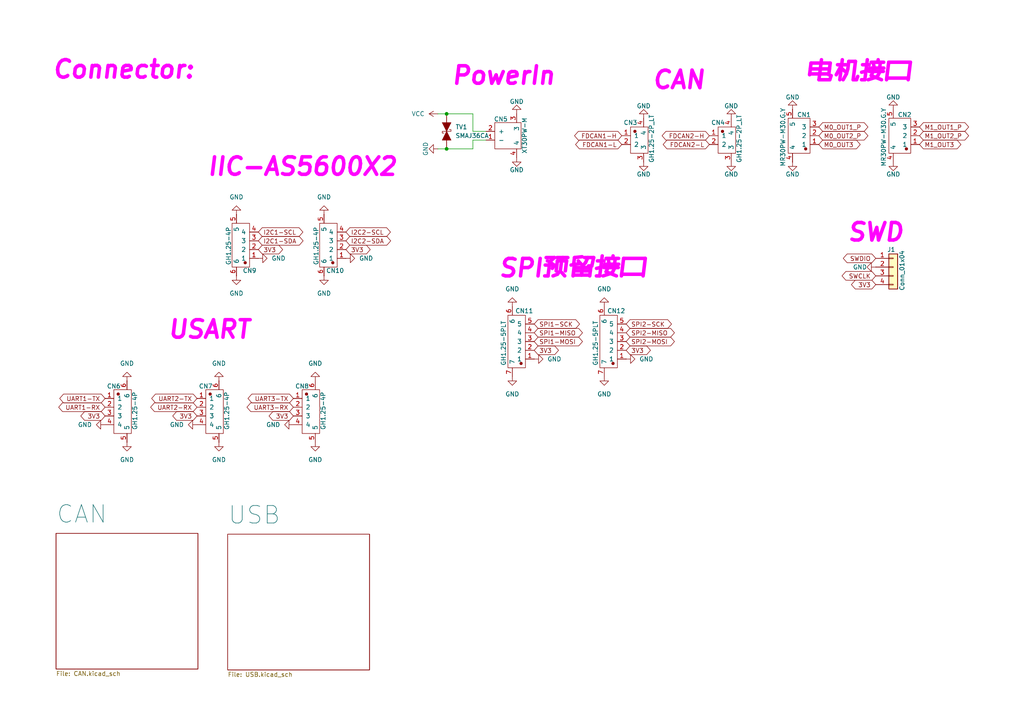
<source format=kicad_sch>
(kicad_sch
	(version 20231120)
	(generator "eeschema")
	(generator_version "8.0")
	(uuid "dc988b8c-4082-4675-a353-8ae80f698e12")
	(paper "A4")
	(title_block
		(title "Connector")
		(date "2025-01-24")
		(rev "Dennis_Re_Yoonjiho")
	)
	(lib_symbols
		(symbol "Connector_Generic:Conn_01x04"
			(pin_names
				(offset 1.016) hide)
			(exclude_from_sim no)
			(in_bom yes)
			(on_board yes)
			(property "Reference" "J"
				(at 0 5.08 0)
				(effects
					(font
						(size 1.27 1.27)
					)
				)
			)
			(property "Value" "Conn_01x04"
				(at 0 -7.62 0)
				(effects
					(font
						(size 1.27 1.27)
					)
				)
			)
			(property "Footprint" ""
				(at 0 0 0)
				(effects
					(font
						(size 1.27 1.27)
					)
					(hide yes)
				)
			)
			(property "Datasheet" "~"
				(at 0 0 0)
				(effects
					(font
						(size 1.27 1.27)
					)
					(hide yes)
				)
			)
			(property "Description" "Generic connector, single row, 01x04, script generated (kicad-library-utils/schlib/autogen/connector/)"
				(at 0 0 0)
				(effects
					(font
						(size 1.27 1.27)
					)
					(hide yes)
				)
			)
			(property "ki_keywords" "connector"
				(at 0 0 0)
				(effects
					(font
						(size 1.27 1.27)
					)
					(hide yes)
				)
			)
			(property "ki_fp_filters" "Connector*:*_1x??_*"
				(at 0 0 0)
				(effects
					(font
						(size 1.27 1.27)
					)
					(hide yes)
				)
			)
			(symbol "Conn_01x04_1_1"
				(rectangle
					(start -1.27 -4.953)
					(end 0 -5.207)
					(stroke
						(width 0.1524)
						(type default)
					)
					(fill
						(type none)
					)
				)
				(rectangle
					(start -1.27 -2.413)
					(end 0 -2.667)
					(stroke
						(width 0.1524)
						(type default)
					)
					(fill
						(type none)
					)
				)
				(rectangle
					(start -1.27 0.127)
					(end 0 -0.127)
					(stroke
						(width 0.1524)
						(type default)
					)
					(fill
						(type none)
					)
				)
				(rectangle
					(start -1.27 2.667)
					(end 0 2.413)
					(stroke
						(width 0.1524)
						(type default)
					)
					(fill
						(type none)
					)
				)
				(rectangle
					(start -1.27 3.81)
					(end 1.27 -6.35)
					(stroke
						(width 0.254)
						(type default)
					)
					(fill
						(type background)
					)
				)
				(pin passive line
					(at -5.08 2.54 0)
					(length 3.81)
					(name "Pin_1"
						(effects
							(font
								(size 1.27 1.27)
							)
						)
					)
					(number "1"
						(effects
							(font
								(size 1.27 1.27)
							)
						)
					)
				)
				(pin passive line
					(at -5.08 0 0)
					(length 3.81)
					(name "Pin_2"
						(effects
							(font
								(size 1.27 1.27)
							)
						)
					)
					(number "2"
						(effects
							(font
								(size 1.27 1.27)
							)
						)
					)
				)
				(pin passive line
					(at -5.08 -2.54 0)
					(length 3.81)
					(name "Pin_3"
						(effects
							(font
								(size 1.27 1.27)
							)
						)
					)
					(number "3"
						(effects
							(font
								(size 1.27 1.27)
							)
						)
					)
				)
				(pin passive line
					(at -5.08 -5.08 0)
					(length 3.81)
					(name "Pin_4"
						(effects
							(font
								(size 1.27 1.27)
							)
						)
					)
					(number "4"
						(effects
							(font
								(size 1.27 1.27)
							)
						)
					)
				)
			)
		)
		(symbol "Ts_Foc_Vo符号库:GH1.25-2P_LT"
			(pin_names
				(offset 1.016)
			)
			(exclude_from_sim no)
			(in_bom yes)
			(on_board yes)
			(property "Reference" "CN"
				(at -1.524 4.826 0)
				(effects
					(font
						(size 1.27 1.27)
					)
				)
			)
			(property "Value" "GH1.25-2P_LT"
				(at 4.318 0.254 90)
				(effects
					(font
						(size 1.27 1.27)
					)
				)
			)
			(property "Footprint" "kicad_lceda:CONN-SMD_2P-P1.25_BX-BX-GH1.25-2PLT"
				(at 0 4.0894 0)
				(effects
					(font
						(size 1.27 1.27)
					)
					(hide yes)
				)
			)
			(property "Datasheet" ""
				(at 0 -0.9906 0)
				(effects
					(font
						(size 1.27 1.27)
					)
					(hide yes)
				)
			)
			(property "Description" ""
				(at 0 0 0)
				(effects
					(font
						(size 1.27 1.27)
					)
					(hide yes)
				)
			)
			(property "SuppliersPartNumber" "C18077709"
				(at 0 -6.0706 0)
				(effects
					(font
						(size 1.27 1.27)
					)
					(hide yes)
				)
			)
			(property "uuid" "std:6287d80be8b149cb8320c6f0c764f130"
				(at 0 -6.0706 0)
				(effects
					(font
						(size 1.27 1.27)
					)
					(hide yes)
				)
			)
			(symbol "GH1.25-2P_LT_1_1"
				(rectangle
					(start -2.54 3.81)
					(end 2.54 -3.81)
					(stroke
						(width 0.1524)
						(type solid)
					)
					(fill
						(type none)
					)
				)
				(circle
					(center -1.27 2.54)
					(radius 0.381)
					(stroke
						(width 0.1524)
						(type solid)
					)
					(fill
						(type outline)
					)
				)
				(pin input line
					(at -5.08 1.27 0)
					(length 2.54)
					(name "1"
						(effects
							(font
								(size 1.27 1.27)
							)
						)
					)
					(number "1"
						(effects
							(font
								(size 1.27 1.27)
							)
						)
					)
				)
				(pin input line
					(at -5.08 -1.27 0)
					(length 2.54)
					(name "2"
						(effects
							(font
								(size 1.27 1.27)
							)
						)
					)
					(number "2"
						(effects
							(font
								(size 1.27 1.27)
							)
						)
					)
				)
				(pin input line
					(at 1.27 -6.35 90)
					(length 2.54)
					(name "3"
						(effects
							(font
								(size 1.27 1.27)
							)
						)
					)
					(number "3"
						(effects
							(font
								(size 1.27 1.27)
							)
						)
					)
				)
				(pin input line
					(at 1.27 6.35 270)
					(length 2.54)
					(name "4"
						(effects
							(font
								(size 1.27 1.27)
							)
						)
					)
					(number "4"
						(effects
							(font
								(size 1.27 1.27)
							)
						)
					)
				)
			)
		)
		(symbol "Ts_Foc_Vo符号库:GH1.25-4P"
			(pin_names
				(offset 1.016)
			)
			(exclude_from_sim no)
			(in_bom yes)
			(on_board yes)
			(property "Reference" "CN"
				(at -1.524 7.366 0)
				(effects
					(font
						(size 1.27 1.27)
					)
				)
			)
			(property "Value" "GH1.25-4P"
				(at 3.556 0 90)
				(effects
					(font
						(size 1.27 1.27)
					)
				)
			)
			(property "Footprint" "kicad_lceda:CONN-SMD_4P-P1.25_BX-BX-GH1.25-4PLT"
				(at 0 6.604 0)
				(effects
					(font
						(size 1.27 1.27)
					)
					(hide yes)
				)
			)
			(property "Datasheet" ""
				(at 0 1.524 0)
				(effects
					(font
						(size 1.27 1.27)
					)
					(hide yes)
				)
			)
			(property "Description" ""
				(at 0 0 0)
				(effects
					(font
						(size 1.27 1.27)
					)
					(hide yes)
				)
			)
			(property "SuppliersPartNumber" "C18077711"
				(at 0 -3.556 0)
				(effects
					(font
						(size 1.27 1.27)
					)
					(hide yes)
				)
			)
			(property "uuid" "std:04baf036832348e9968012a97c32b546"
				(at 0 -3.556 0)
				(effects
					(font
						(size 1.27 1.27)
					)
					(hide yes)
				)
			)
			(symbol "GH1.25-4P_1_1"
				(rectangle
					(start -2.54 6.35)
					(end 2.54 -6.35)
					(stroke
						(width 0.1524)
						(type solid)
					)
					(fill
						(type none)
					)
				)
				(circle
					(center -1.27 5.08)
					(radius 0.381)
					(stroke
						(width 0.1524)
						(type solid)
					)
					(fill
						(type outline)
					)
				)
				(pin input line
					(at -5.08 3.81 0)
					(length 2.54)
					(name "1"
						(effects
							(font
								(size 1.27 1.27)
							)
						)
					)
					(number "1"
						(effects
							(font
								(size 1.27 1.27)
							)
						)
					)
				)
				(pin input line
					(at -5.08 1.27 0)
					(length 2.54)
					(name "2"
						(effects
							(font
								(size 1.27 1.27)
							)
						)
					)
					(number "2"
						(effects
							(font
								(size 1.27 1.27)
							)
						)
					)
				)
				(pin input line
					(at -5.08 -1.27 0)
					(length 2.54)
					(name "3"
						(effects
							(font
								(size 1.27 1.27)
							)
						)
					)
					(number "3"
						(effects
							(font
								(size 1.27 1.27)
							)
						)
					)
				)
				(pin input line
					(at -5.08 -3.81 0)
					(length 2.54)
					(name "4"
						(effects
							(font
								(size 1.27 1.27)
							)
						)
					)
					(number "4"
						(effects
							(font
								(size 1.27 1.27)
							)
						)
					)
				)
				(pin input line
					(at 1.27 -8.89 90)
					(length 2.54)
					(name "5"
						(effects
							(font
								(size 1.27 1.27)
							)
						)
					)
					(number "5"
						(effects
							(font
								(size 1.27 1.27)
							)
						)
					)
				)
				(pin input line
					(at 1.27 8.89 270)
					(length 2.54)
					(name "6"
						(effects
							(font
								(size 1.27 1.27)
							)
						)
					)
					(number "6"
						(effects
							(font
								(size 1.27 1.27)
							)
						)
					)
				)
			)
		)
		(symbol "Ts_Foc_Vo符号库:GH1.25-5PLT"
			(pin_names
				(offset 1.016)
			)
			(exclude_from_sim no)
			(in_bom yes)
			(on_board yes)
			(property "Reference" "CN"
				(at -1.27 8.636 0)
				(effects
					(font
						(size 1.27 1.27)
					)
				)
			)
			(property "Value" "GH1.25-5PLT"
				(at 3.81 -0.762 90)
				(effects
					(font
						(size 1.27 1.27)
					)
				)
			)
			(property "Footprint" "kicad_lceda:CONN-SMD_5P-P1.25_BX-BX-GH1.25-5PLT"
				(at 0 7.874 0)
				(effects
					(font
						(size 1.27 1.27)
					)
					(hide yes)
				)
			)
			(property "Datasheet" ""
				(at 0 2.794 0)
				(effects
					(font
						(size 1.27 1.27)
					)
					(hide yes)
				)
			)
			(property "Description" ""
				(at 0 0 0)
				(effects
					(font
						(size 1.27 1.27)
					)
					(hide yes)
				)
			)
			(property "SuppliersPartNumber" "C18077712"
				(at 0 -2.286 0)
				(effects
					(font
						(size 1.27 1.27)
					)
					(hide yes)
				)
			)
			(property "uuid" "std:a472cdd6ad454b32860fdd2983e38e62"
				(at 0 -2.286 0)
				(effects
					(font
						(size 1.27 1.27)
					)
					(hide yes)
				)
			)
			(symbol "GH1.25-5PLT_1_1"
				(rectangle
					(start -2.54 7.62)
					(end 2.54 -7.62)
					(stroke
						(width 0.1524)
						(type solid)
					)
					(fill
						(type none)
					)
				)
				(circle
					(center -1.27 6.35)
					(radius 0.381)
					(stroke
						(width 0.1524)
						(type solid)
					)
					(fill
						(type outline)
					)
				)
				(pin input line
					(at -5.08 5.08 0)
					(length 2.54)
					(name "1"
						(effects
							(font
								(size 1.27 1.27)
							)
						)
					)
					(number "1"
						(effects
							(font
								(size 1.27 1.27)
							)
						)
					)
				)
				(pin input line
					(at -5.08 2.54 0)
					(length 2.54)
					(name "2"
						(effects
							(font
								(size 1.27 1.27)
							)
						)
					)
					(number "2"
						(effects
							(font
								(size 1.27 1.27)
							)
						)
					)
				)
				(pin input line
					(at -5.08 0 0)
					(length 2.54)
					(name "3"
						(effects
							(font
								(size 1.27 1.27)
							)
						)
					)
					(number "3"
						(effects
							(font
								(size 1.27 1.27)
							)
						)
					)
				)
				(pin input line
					(at -5.08 -2.54 0)
					(length 2.54)
					(name "4"
						(effects
							(font
								(size 1.27 1.27)
							)
						)
					)
					(number "4"
						(effects
							(font
								(size 1.27 1.27)
							)
						)
					)
				)
				(pin input line
					(at -5.08 -5.08 0)
					(length 2.54)
					(name "5"
						(effects
							(font
								(size 1.27 1.27)
							)
						)
					)
					(number "5"
						(effects
							(font
								(size 1.27 1.27)
							)
						)
					)
				)
				(pin input line
					(at 1.27 -10.16 90)
					(length 2.54)
					(name "6"
						(effects
							(font
								(size 1.27 1.27)
							)
						)
					)
					(number "6"
						(effects
							(font
								(size 1.27 1.27)
							)
						)
					)
				)
				(pin input line
					(at 1.27 10.16 270)
					(length 2.54)
					(name "7"
						(effects
							(font
								(size 1.27 1.27)
							)
						)
					)
					(number "7"
						(effects
							(font
								(size 1.27 1.27)
							)
						)
					)
				)
			)
		)
		(symbol "Ts_Foc_Vo符号库:MR30PW-M30.G.Y"
			(pin_names
				(offset 1.016)
			)
			(exclude_from_sim no)
			(in_bom yes)
			(on_board yes)
			(property "Reference" "CN"
				(at -1.778 6.096 0)
				(effects
					(font
						(size 1.27 1.27)
					)
				)
			)
			(property "Value" "MR30PW-M30.G.Y"
				(at 5.334 -0.508 90)
				(effects
					(font
						(size 1.27 1.27)
					)
				)
			)
			(property "Footprint" "kicad_lceda:CONN-TH_MR30PW-M30-G-Y"
				(at 5.334 -1.778 90)
				(effects
					(font
						(size 1.27 1.27)
					)
					(hide yes)
				)
			)
			(property "Datasheet" ""
				(at 0 0.254 0)
				(effects
					(font
						(size 1.27 1.27)
					)
					(hide yes)
				)
			)
			(property "Description" ""
				(at 0 0 0)
				(effects
					(font
						(size 1.27 1.27)
					)
					(hide yes)
				)
			)
			(property "SuppliersPartNumber" "C19268036"
				(at 5.334 0.762 90)
				(effects
					(font
						(size 1.27 1.27)
					)
					(hide yes)
				)
			)
			(property "uuid" "std:fd50f7a470564d188bd35cbced11e981"
				(at 5.334 -3.048 90)
				(effects
					(font
						(size 1.27 1.27)
					)
					(hide yes)
				)
			)
			(symbol "MR30PW-M30.G.Y_1_1"
				(rectangle
					(start -2.54 5.08)
					(end 3.81 -5.08)
					(stroke
						(width 0.1524)
						(type solid)
					)
					(fill
						(type none)
					)
				)
				(circle
					(center -1.27 3.81)
					(radius 0.381)
					(stroke
						(width 0.1524)
						(type solid)
					)
					(fill
						(type outline)
					)
				)
				(pin input line
					(at -5.08 2.54 0)
					(length 2.54)
					(name "1"
						(effects
							(font
								(size 1.27 1.27)
							)
						)
					)
					(number "1"
						(effects
							(font
								(size 1.27 1.27)
							)
						)
					)
				)
				(pin input line
					(at -5.08 0 0)
					(length 2.54)
					(name "2"
						(effects
							(font
								(size 1.27 1.27)
							)
						)
					)
					(number "2"
						(effects
							(font
								(size 1.27 1.27)
							)
						)
					)
				)
				(pin input line
					(at -5.08 -2.54 0)
					(length 2.54)
					(name "3"
						(effects
							(font
								(size 1.27 1.27)
							)
						)
					)
					(number "3"
						(effects
							(font
								(size 1.27 1.27)
							)
						)
					)
				)
				(pin input line
					(at 2.54 7.62 270)
					(length 2.54)
					(name "4"
						(effects
							(font
								(size 1.27 1.27)
							)
						)
					)
					(number "4"
						(effects
							(font
								(size 1.27 1.27)
							)
						)
					)
				)
				(pin input line
					(at 2.54 -7.62 90)
					(length 2.54)
					(name "5"
						(effects
							(font
								(size 1.27 1.27)
							)
						)
					)
					(number "5"
						(effects
							(font
								(size 1.27 1.27)
							)
						)
					)
				)
			)
		)
		(symbol "Ts_Foc_Vo符号库:SMAJ36CA"
			(pin_numbers hide)
			(pin_names
				(offset 1.016) hide)
			(exclude_from_sim no)
			(in_bom yes)
			(on_board yes)
			(property "Reference" "TV"
				(at 0 2.286 0)
				(effects
					(font
						(size 1.27 1.27)
					)
				)
			)
			(property "Value" "SMAJ36CA"
				(at -0.254 -2.032 0)
				(effects
					(font
						(size 1.27 1.27)
					)
				)
			)
			(property "Footprint" "Ts_Foc_Vo封装库:SMA_L4.4"
				(at 0 -1.27 0)
				(effects
					(font
						(size 1.27 1.27)
					)
					(hide yes)
				)
			)
			(property "Datasheet" "http://www.szlcsc.com/product/details_88448.html"
				(at 0 -6.35 0)
				(effects
					(font
						(size 1.27 1.27)
					)
					(hide yes)
				)
			)
			(property "Description" ""
				(at 0 0 0)
				(effects
					(font
						(size 1.27 1.27)
					)
					(hide yes)
				)
			)
			(property "SuppliersPartNumber" "C87270"
				(at 0 -11.43 0)
				(effects
					(font
						(size 1.27 1.27)
					)
					(hide yes)
				)
			)
			(property "uuid" "std:080b688eba436c70954d860205d81b8f"
				(at 0 -11.43 0)
				(effects
					(font
						(size 1.27 1.27)
					)
					(hide yes)
				)
			)
			(symbol "SMAJ36CA_1_1"
				(polyline
					(pts
						(xy -2.54 -1.27) (xy 0 0) (xy -2.54 1.27) (xy -2.54 -1.27)
					)
					(stroke
						(width 0.1524)
						(type solid)
					)
					(fill
						(type outline)
					)
				)
				(polyline
					(pts
						(xy 2.54 1.27) (xy 0 0) (xy 2.54 -1.27) (xy 2.54 1.27)
					)
					(stroke
						(width 0.1524)
						(type solid)
					)
					(fill
						(type outline)
					)
				)
				(polyline
					(pts
						(xy -0.508 0.762) (xy -0.508 1.27) (xy 0 1.27) (xy 0 -1.27) (xy 0.508 -1.27) (xy 0.508 -0.762)
					)
					(stroke
						(width 0.1524)
						(type solid)
					)
					(fill
						(type none)
					)
				)
				(pin input line
					(at -5.08 0 0)
					(length 2.54)
					(name "K"
						(effects
							(font
								(size 1.27 1.27)
							)
						)
					)
					(number "1"
						(effects
							(font
								(size 1.27 1.27)
							)
						)
					)
				)
				(pin input line
					(at 5.08 0 180)
					(length 2.54)
					(name "A"
						(effects
							(font
								(size 1.27 1.27)
							)
						)
					)
					(number "2"
						(effects
							(font
								(size 1.27 1.27)
							)
						)
					)
				)
			)
		)
		(symbol "Ts_Foc_Vo符号库:XT30PW-M"
			(pin_names
				(offset 1.016)
			)
			(exclude_from_sim no)
			(in_bom yes)
			(on_board yes)
			(property "Reference" "CN"
				(at -5.588 1.27 0)
				(effects
					(font
						(size 1.27 1.27)
					)
				)
			)
			(property "Value" "XT30PW-M"
				(at 0 -6.096 0)
				(effects
					(font
						(size 1.27 1.27)
					)
				)
			)
			(property "Footprint" "kicad_lceda:CONN-TH_XT30PW-M"
				(at -1.016 -6.096 0)
				(effects
					(font
						(size 1.27 1.27)
					)
					(hide yes)
				)
			)
			(property "Datasheet" "http://www.szlcsc.com/product/details_426930.html"
				(at 0.254 -6.096 0)
				(effects
					(font
						(size 1.27 1.27)
					)
					(hide yes)
				)
			)
			(property "Description" ""
				(at 0 0 0)
				(effects
					(font
						(size 1.27 1.27)
					)
					(hide yes)
				)
			)
			(property "SuppliersPartNumber" "C431092"
				(at 0 -6.096 0)
				(effects
					(font
						(size 1.27 1.27)
					)
					(hide yes)
				)
			)
			(property "uuid" "std:a5840929b24f4c1eb727ea4219c56c07"
				(at 0.254 -6.096 0)
				(effects
					(font
						(size 1.27 1.27)
					)
					(hide yes)
				)
			)
			(symbol "XT30PW-M_1_1"
				(rectangle
					(start -3.81 2.54)
					(end 3.81 -5.08)
					(stroke
						(width 0.1524)
						(type solid)
					)
					(fill
						(type none)
					)
				)
				(pin input line
					(at -1.27 5.08 270)
					(length 2.54)
					(name "-"
						(effects
							(font
								(size 1.27 1.27)
							)
						)
					)
					(number "1"
						(effects
							(font
								(size 1.27 1.27)
							)
						)
					)
				)
				(pin input line
					(at 1.27 5.08 270)
					(length 2.54)
					(name "+"
						(effects
							(font
								(size 1.27 1.27)
							)
						)
					)
					(number "2"
						(effects
							(font
								(size 1.27 1.27)
							)
						)
					)
				)
				(pin input line
					(at 6.35 -3.81 180)
					(length 2.54)
					(name "3"
						(effects
							(font
								(size 1.27 1.27)
							)
						)
					)
					(number "3"
						(effects
							(font
								(size 1.27 1.27)
							)
						)
					)
				)
				(pin input line
					(at -6.35 -3.81 0)
					(length 2.54)
					(name "4"
						(effects
							(font
								(size 1.27 1.27)
							)
						)
					)
					(number "4"
						(effects
							(font
								(size 1.27 1.27)
							)
						)
					)
				)
			)
		)
		(symbol "power:GND"
			(power)
			(pin_numbers hide)
			(pin_names
				(offset 0) hide)
			(exclude_from_sim no)
			(in_bom yes)
			(on_board yes)
			(property "Reference" "#PWR"
				(at 0 -6.35 0)
				(effects
					(font
						(size 1.27 1.27)
					)
					(hide yes)
				)
			)
			(property "Value" "GND"
				(at 0 -3.81 0)
				(effects
					(font
						(size 1.27 1.27)
					)
				)
			)
			(property "Footprint" ""
				(at 0 0 0)
				(effects
					(font
						(size 1.27 1.27)
					)
					(hide yes)
				)
			)
			(property "Datasheet" ""
				(at 0 0 0)
				(effects
					(font
						(size 1.27 1.27)
					)
					(hide yes)
				)
			)
			(property "Description" "Power symbol creates a global label with name \"GND\" , ground"
				(at 0 0 0)
				(effects
					(font
						(size 1.27 1.27)
					)
					(hide yes)
				)
			)
			(property "ki_keywords" "global power"
				(at 0 0 0)
				(effects
					(font
						(size 1.27 1.27)
					)
					(hide yes)
				)
			)
			(symbol "GND_0_1"
				(polyline
					(pts
						(xy 0 0) (xy 0 -1.27) (xy 1.27 -1.27) (xy 0 -2.54) (xy -1.27 -1.27) (xy 0 -1.27)
					)
					(stroke
						(width 0)
						(type default)
					)
					(fill
						(type none)
					)
				)
			)
			(symbol "GND_1_1"
				(pin power_in line
					(at 0 0 270)
					(length 0)
					(name "~"
						(effects
							(font
								(size 1.27 1.27)
							)
						)
					)
					(number "1"
						(effects
							(font
								(size 1.27 1.27)
							)
						)
					)
				)
			)
		)
		(symbol "power:VCC"
			(power)
			(pin_numbers hide)
			(pin_names
				(offset 0) hide)
			(exclude_from_sim no)
			(in_bom yes)
			(on_board yes)
			(property "Reference" "#PWR"
				(at 0 -3.81 0)
				(effects
					(font
						(size 1.27 1.27)
					)
					(hide yes)
				)
			)
			(property "Value" "VCC"
				(at 0 3.556 0)
				(effects
					(font
						(size 1.27 1.27)
					)
				)
			)
			(property "Footprint" ""
				(at 0 0 0)
				(effects
					(font
						(size 1.27 1.27)
					)
					(hide yes)
				)
			)
			(property "Datasheet" ""
				(at 0 0 0)
				(effects
					(font
						(size 1.27 1.27)
					)
					(hide yes)
				)
			)
			(property "Description" "Power symbol creates a global label with name \"VCC\""
				(at 0 0 0)
				(effects
					(font
						(size 1.27 1.27)
					)
					(hide yes)
				)
			)
			(property "ki_keywords" "global power"
				(at 0 0 0)
				(effects
					(font
						(size 1.27 1.27)
					)
					(hide yes)
				)
			)
			(symbol "VCC_0_1"
				(polyline
					(pts
						(xy -0.762 1.27) (xy 0 2.54)
					)
					(stroke
						(width 0)
						(type default)
					)
					(fill
						(type none)
					)
				)
				(polyline
					(pts
						(xy 0 0) (xy 0 2.54)
					)
					(stroke
						(width 0)
						(type default)
					)
					(fill
						(type none)
					)
				)
				(polyline
					(pts
						(xy 0 2.54) (xy 0.762 1.27)
					)
					(stroke
						(width 0)
						(type default)
					)
					(fill
						(type none)
					)
				)
			)
			(symbol "VCC_1_1"
				(pin power_in line
					(at 0 0 90)
					(length 0)
					(name "~"
						(effects
							(font
								(size 1.27 1.27)
							)
						)
					)
					(number "1"
						(effects
							(font
								(size 1.27 1.27)
							)
						)
					)
				)
			)
		)
	)
	(junction
		(at 129.54 43.18)
		(diameter 0)
		(color 0 0 0 0)
		(uuid "a802a141-0698-4f4c-8f64-80198666d31e")
	)
	(junction
		(at 129.54 33.02)
		(diameter 0)
		(color 0 0 0 0)
		(uuid "d6f2c730-0d51-42c8-a537-82910621817b")
	)
	(wire
		(pts
			(xy 137.16 38.1) (xy 140.97 38.1)
		)
		(stroke
			(width 0)
			(type default)
		)
		(uuid "09f230ef-0b99-43fa-a35f-c55da5b88a51")
	)
	(wire
		(pts
			(xy 127 33.02) (xy 129.54 33.02)
		)
		(stroke
			(width 0)
			(type default)
		)
		(uuid "24dae1e9-235f-44b7-9a54-e0c6f46bacb4")
	)
	(wire
		(pts
			(xy 129.54 43.18) (xy 137.16 43.18)
		)
		(stroke
			(width 0)
			(type default)
		)
		(uuid "28a3317f-892d-4a42-9104-11c8569c37cc")
	)
	(wire
		(pts
			(xy 137.16 40.64) (xy 140.97 40.64)
		)
		(stroke
			(width 0)
			(type default)
		)
		(uuid "45f6bdb1-7060-4b12-995f-4fa907cfa48c")
	)
	(wire
		(pts
			(xy 137.16 33.02) (xy 137.16 38.1)
		)
		(stroke
			(width 0)
			(type default)
		)
		(uuid "53166967-7189-4300-a8b2-a1bc831b6ec4")
	)
	(wire
		(pts
			(xy 127 43.18) (xy 129.54 43.18)
		)
		(stroke
			(width 0)
			(type default)
		)
		(uuid "70d1a1df-4f89-436e-adf9-7ea952e48817")
	)
	(wire
		(pts
			(xy 137.16 43.18) (xy 137.16 40.64)
		)
		(stroke
			(width 0)
			(type default)
		)
		(uuid "c82b7233-a153-4d1d-a43d-ae0c432f5d62")
	)
	(wire
		(pts
			(xy 129.54 33.02) (xy 137.16 33.02)
		)
		(stroke
			(width 0)
			(type default)
		)
		(uuid "fb497681-43ce-4d62-b070-c3bd6310c95f")
	)
	(text "CAN\n"
		(exclude_from_sim yes)
		(at 196.85 23.368 0)
		(effects
			(font
				(size 5.08 5.08)
				(thickness 1.016)
				(bold yes)
				(italic yes)
				(color 255 2 253 1)
			)
		)
		(uuid "0cea2a8c-8f94-460b-acae-017232469d56")
	)
	(text "PowerIn"
		(exclude_from_sim yes)
		(at 146.05 22.098 0)
		(effects
			(font
				(size 5.08 5.08)
				(thickness 1.016)
				(bold yes)
				(italic yes)
				(color 255 2 253 1)
			)
		)
		(uuid "14433814-f742-4a73-98c5-21d6b3628e7e")
	)
	(text "电机接口"
		(exclude_from_sim yes)
		(at 249.174 21.082 0)
		(effects
			(font
				(size 5.08 5.08)
				(thickness 1.016)
				(bold yes)
				(italic yes)
				(color 255 2 253 1)
			)
		)
		(uuid "36c973da-3235-4823-afa6-eb85ceb16273")
	)
	(text "IIC-AS5600X2"
		(exclude_from_sim yes)
		(at 87.63 48.514 0)
		(effects
			(font
				(size 5.08 5.08)
				(thickness 1.016)
				(bold yes)
				(italic yes)
				(color 255 2 253 1)
			)
		)
		(uuid "6f3636ed-4b63-4b85-80cf-c562ec7c7f5c")
	)
	(text "Connector:\n"
		(exclude_from_sim yes)
		(at 35.814 20.32 0)
		(effects
			(font
				(size 5.08 5.08)
				(thickness 1.016)
				(bold yes)
				(italic yes)
				(color 255 2 253 1)
			)
		)
		(uuid "a2ff3261-d2f8-4474-a64c-be90b33dc064")
	)
	(text "SPI预留接口"
		(exclude_from_sim yes)
		(at 166.116 77.978 0)
		(effects
			(font
				(size 5.08 5.08)
				(thickness 1.016)
				(bold yes)
				(italic yes)
				(color 255 2 253 1)
			)
		)
		(uuid "bfe49b09-6a39-44a8-b5ed-c2322b46f6ed")
	)
	(text "USART"
		(exclude_from_sim yes)
		(at 60.706 95.758 0)
		(effects
			(font
				(size 5.08 5.08)
				(thickness 1.016)
				(bold yes)
				(italic yes)
				(color 255 2 253 1)
			)
		)
		(uuid "dc7e6b8b-3ca6-464b-b862-6707469f7a91")
	)
	(text "SWD\n"
		(exclude_from_sim yes)
		(at 254 67.564 0)
		(effects
			(font
				(size 5.08 5.08)
				(thickness 1.016)
				(bold yes)
				(italic yes)
				(color 255 2 253 1)
			)
		)
		(uuid "dcd1f875-ac0a-4b2d-aae9-d8428bd8b8e4")
	)
	(global_label "3V3"
		(shape bidirectional)
		(at 57.15 120.65 180)
		(fields_autoplaced yes)
		(effects
			(font
				(size 1.27 1.27)
			)
			(justify right)
		)
		(uuid "0214af52-df97-4b54-a251-8c19c70a2453")
		(property "Intersheetrefs" "${INTERSHEET_REFS}"
			(at 49.5459 120.65 0)
			(effects
				(font
					(size 1.27 1.27)
				)
				(justify right)
				(hide yes)
			)
		)
	)
	(global_label "UART2-RX"
		(shape bidirectional)
		(at 57.15 118.11 180)
		(fields_autoplaced yes)
		(effects
			(font
				(size 1.27 1.27)
			)
			(justify right)
		)
		(uuid "029d61cc-824c-49f4-87b6-bf9d40785a6a")
		(property "Intersheetrefs" "${INTERSHEET_REFS}"
			(at 43.1354 118.11 0)
			(effects
				(font
					(size 1.27 1.27)
				)
				(justify right)
				(hide yes)
			)
		)
	)
	(global_label "SPI1-MISO"
		(shape bidirectional)
		(at 154.94 96.52 0)
		(fields_autoplaced yes)
		(effects
			(font
				(size 1.27 1.27)
			)
			(justify left)
		)
		(uuid "083c9126-ae95-4282-ab3d-9eab8fce51a6")
		(property "Intersheetrefs" "${INTERSHEET_REFS}"
			(at 169.4989 96.52 0)
			(effects
				(font
					(size 1.27 1.27)
				)
				(justify left)
				(hide yes)
			)
		)
	)
	(global_label "3V3"
		(shape bidirectional)
		(at 181.61 101.6 0)
		(fields_autoplaced yes)
		(effects
			(font
				(size 1.27 1.27)
			)
			(justify left)
		)
		(uuid "0cd9b008-ca18-49dc-a7ef-861f49a718ce")
		(property "Intersheetrefs" "${INTERSHEET_REFS}"
			(at 189.2141 101.6 0)
			(effects
				(font
					(size 1.27 1.27)
				)
				(justify left)
				(hide yes)
			)
		)
	)
	(global_label "SPI1-MOSI"
		(shape bidirectional)
		(at 154.94 99.06 0)
		(fields_autoplaced yes)
		(effects
			(font
				(size 1.27 1.27)
			)
			(justify left)
		)
		(uuid "0cfeb0ad-fc28-4e2d-8659-016a01e440db")
		(property "Intersheetrefs" "${INTERSHEET_REFS}"
			(at 169.4989 99.06 0)
			(effects
				(font
					(size 1.27 1.27)
				)
				(justify left)
				(hide yes)
			)
		)
	)
	(global_label "FDCAN2-L"
		(shape bidirectional)
		(at 205.74 41.91 180)
		(fields_autoplaced yes)
		(effects
			(font
				(size 1.27 1.27)
			)
			(justify right)
		)
		(uuid "0d1f3f77-d5f6-4e47-b86d-2c094ea8165f")
		(property "Intersheetrefs" "${INTERSHEET_REFS}"
			(at 191.7858 41.91 0)
			(effects
				(font
					(size 1.27 1.27)
				)
				(justify right)
				(hide yes)
			)
		)
	)
	(global_label "SPI1-SCK"
		(shape bidirectional)
		(at 154.94 93.98 0)
		(fields_autoplaced yes)
		(effects
			(font
				(size 1.27 1.27)
			)
			(justify left)
		)
		(uuid "1035ae99-f128-406c-9368-7053cd0a5a39")
		(property "Intersheetrefs" "${INTERSHEET_REFS}"
			(at 168.6522 93.98 0)
			(effects
				(font
					(size 1.27 1.27)
				)
				(justify left)
				(hide yes)
			)
		)
	)
	(global_label "3V3"
		(shape bidirectional)
		(at 30.48 120.65 180)
		(fields_autoplaced yes)
		(effects
			(font
				(size 1.27 1.27)
			)
			(justify right)
		)
		(uuid "1524e333-1ba8-4769-a305-f98583447995")
		(property "Intersheetrefs" "${INTERSHEET_REFS}"
			(at 22.8759 120.65 0)
			(effects
				(font
					(size 1.27 1.27)
				)
				(justify right)
				(hide yes)
			)
		)
	)
	(global_label "M0_OUT2_P"
		(shape bidirectional)
		(at 237.49 39.37 0)
		(fields_autoplaced yes)
		(effects
			(font
				(size 1.27 1.27)
			)
			(justify left)
		)
		(uuid "3421ee7f-bd9b-45fc-a5a6-b0337fa05232")
		(property "Intersheetrefs" "${INTERSHEET_REFS}"
			(at 252.2907 39.37 0)
			(effects
				(font
					(size 1.27 1.27)
				)
				(justify left)
				(hide yes)
			)
		)
	)
	(global_label "3V3"
		(shape bidirectional)
		(at 254 82.55 180)
		(fields_autoplaced yes)
		(effects
			(font
				(size 1.27 1.27)
			)
			(justify right)
		)
		(uuid "35a9cb15-0a6d-463f-97ca-f5baeac3c5e7")
		(property "Intersheetrefs" "${INTERSHEET_REFS}"
			(at 246.3959 82.55 0)
			(effects
				(font
					(size 1.27 1.27)
				)
				(justify right)
				(hide yes)
			)
		)
	)
	(global_label "I2C1-SCL"
		(shape bidirectional)
		(at 74.93 67.31 0)
		(fields_autoplaced yes)
		(effects
			(font
				(size 1.27 1.27)
			)
			(justify left)
		)
		(uuid "44e15edf-963c-4c90-8271-454a6d3bb296")
		(property "Intersheetrefs" "${INTERSHEET_REFS}"
			(at 88.4003 67.31 0)
			(effects
				(font
					(size 1.27 1.27)
				)
				(justify left)
				(hide yes)
			)
		)
	)
	(global_label "UART1-TX"
		(shape bidirectional)
		(at 30.48 115.57 180)
		(fields_autoplaced yes)
		(effects
			(font
				(size 1.27 1.27)
			)
			(justify right)
		)
		(uuid "691c2189-412e-42d7-98e9-b54d4b05b148")
		(property "Intersheetrefs" "${INTERSHEET_REFS}"
			(at 16.7678 115.57 0)
			(effects
				(font
					(size 1.27 1.27)
				)
				(justify right)
				(hide yes)
			)
		)
	)
	(global_label "M1_OUT3"
		(shape bidirectional)
		(at 266.7 41.91 0)
		(fields_autoplaced yes)
		(effects
			(font
				(size 1.27 1.27)
			)
			(justify left)
		)
		(uuid "69812123-1327-40a0-9bbc-89d9936fc94e")
		(property "Intersheetrefs" "${INTERSHEET_REFS}"
			(at 279.2631 41.91 0)
			(effects
				(font
					(size 1.27 1.27)
				)
				(justify left)
				(hide yes)
			)
		)
	)
	(global_label "UART3-TX"
		(shape bidirectional)
		(at 85.09 115.57 180)
		(fields_autoplaced yes)
		(effects
			(font
				(size 1.27 1.27)
			)
			(justify right)
		)
		(uuid "6b377b65-2ca6-4c0d-b332-cb3fceaf4954")
		(property "Intersheetrefs" "${INTERSHEET_REFS}"
			(at 71.3778 115.57 0)
			(effects
				(font
					(size 1.27 1.27)
				)
				(justify right)
				(hide yes)
			)
		)
	)
	(global_label "3V3"
		(shape bidirectional)
		(at 74.93 72.39 0)
		(fields_autoplaced yes)
		(effects
			(font
				(size 1.27 1.27)
			)
			(justify left)
		)
		(uuid "6d0c8414-5e60-464c-9217-db6cf8705284")
		(property "Intersheetrefs" "${INTERSHEET_REFS}"
			(at 82.5341 72.39 0)
			(effects
				(font
					(size 1.27 1.27)
				)
				(justify left)
				(hide yes)
			)
		)
	)
	(global_label "3V3"
		(shape bidirectional)
		(at 100.33 72.39 0)
		(fields_autoplaced yes)
		(effects
			(font
				(size 1.27 1.27)
			)
			(justify left)
		)
		(uuid "8a43bf35-fc4f-4bbb-8cc2-3ea3354adff0")
		(property "Intersheetrefs" "${INTERSHEET_REFS}"
			(at 107.9341 72.39 0)
			(effects
				(font
					(size 1.27 1.27)
				)
				(justify left)
				(hide yes)
			)
		)
	)
	(global_label "UART3-RX"
		(shape bidirectional)
		(at 85.09 118.11 180)
		(fields_autoplaced yes)
		(effects
			(font
				(size 1.27 1.27)
			)
			(justify right)
		)
		(uuid "8a771800-62be-4de9-aed3-b1f9d0103747")
		(property "Intersheetrefs" "${INTERSHEET_REFS}"
			(at 71.0754 118.11 0)
			(effects
				(font
					(size 1.27 1.27)
				)
				(justify right)
				(hide yes)
			)
		)
	)
	(global_label "UART2-TX"
		(shape bidirectional)
		(at 57.15 115.57 180)
		(fields_autoplaced yes)
		(effects
			(font
				(size 1.27 1.27)
			)
			(justify right)
		)
		(uuid "8ac9837c-4c2c-4bbb-9cb4-a57f50949ea9")
		(property "Intersheetrefs" "${INTERSHEET_REFS}"
			(at 43.4378 115.57 0)
			(effects
				(font
					(size 1.27 1.27)
				)
				(justify right)
				(hide yes)
			)
		)
	)
	(global_label "I2C2-SDA"
		(shape bidirectional)
		(at 100.33 69.85 0)
		(fields_autoplaced yes)
		(effects
			(font
				(size 1.27 1.27)
			)
			(justify left)
		)
		(uuid "8c6378cf-7a47-4ea3-9700-f09c0002502a")
		(property "Intersheetrefs" "${INTERSHEET_REFS}"
			(at 113.8608 69.85 0)
			(effects
				(font
					(size 1.27 1.27)
				)
				(justify left)
				(hide yes)
			)
		)
	)
	(global_label "SPI2-MOSI"
		(shape bidirectional)
		(at 181.61 99.06 0)
		(fields_autoplaced yes)
		(effects
			(font
				(size 1.27 1.27)
			)
			(justify left)
		)
		(uuid "8f7f5c1c-2ebe-4807-92af-b86990f7ba02")
		(property "Intersheetrefs" "${INTERSHEET_REFS}"
			(at 196.1689 99.06 0)
			(effects
				(font
					(size 1.27 1.27)
				)
				(justify left)
				(hide yes)
			)
		)
	)
	(global_label "M0_OUT3"
		(shape bidirectional)
		(at 237.49 41.91 0)
		(fields_autoplaced yes)
		(effects
			(font
				(size 1.27 1.27)
			)
			(justify left)
		)
		(uuid "8fc0bd63-6164-4d11-922a-e7c9add57711")
		(property "Intersheetrefs" "${INTERSHEET_REFS}"
			(at 250.0531 41.91 0)
			(effects
				(font
					(size 1.27 1.27)
				)
				(justify left)
				(hide yes)
			)
		)
	)
	(global_label "FDCAN1-L"
		(shape bidirectional)
		(at 180.34 41.91 180)
		(fields_autoplaced yes)
		(effects
			(font
				(size 1.27 1.27)
			)
			(justify right)
		)
		(uuid "9af16081-ddc9-4076-94f0-f87998c56342")
		(property "Intersheetrefs" "${INTERSHEET_REFS}"
			(at 166.3858 41.91 0)
			(effects
				(font
					(size 1.27 1.27)
				)
				(justify right)
				(hide yes)
			)
		)
	)
	(global_label "SWCLK"
		(shape bidirectional)
		(at 254 80.01 180)
		(fields_autoplaced yes)
		(effects
			(font
				(size 1.27 1.27)
			)
			(justify right)
		)
		(uuid "a0b156cd-76f5-45fb-8ec7-fee185d6a980")
		(property "Intersheetrefs" "${INTERSHEET_REFS}"
			(at 243.6745 80.01 0)
			(effects
				(font
					(size 1.27 1.27)
				)
				(justify right)
				(hide yes)
			)
		)
	)
	(global_label "I2C1-SDA"
		(shape bidirectional)
		(at 74.93 69.85 0)
		(fields_autoplaced yes)
		(effects
			(font
				(size 1.27 1.27)
			)
			(justify left)
		)
		(uuid "a4803fec-b376-45fe-a160-936b3142a3ad")
		(property "Intersheetrefs" "${INTERSHEET_REFS}"
			(at 88.4608 69.85 0)
			(effects
				(font
					(size 1.27 1.27)
				)
				(justify left)
				(hide yes)
			)
		)
	)
	(global_label "SWDIO"
		(shape bidirectional)
		(at 254 74.93 180)
		(fields_autoplaced yes)
		(effects
			(font
				(size 1.27 1.27)
			)
			(justify right)
		)
		(uuid "a8bfc455-5bb5-402a-ad4e-3d9279c53da1")
		(property "Intersheetrefs" "${INTERSHEET_REFS}"
			(at 244.0373 74.93 0)
			(effects
				(font
					(size 1.27 1.27)
				)
				(justify right)
				(hide yes)
			)
		)
	)
	(global_label "M1_OUT1_P"
		(shape bidirectional)
		(at 266.7 36.83 0)
		(fields_autoplaced yes)
		(effects
			(font
				(size 1.27 1.27)
			)
			(justify left)
		)
		(uuid "af6b3766-155e-4a59-812b-564e78c06f5c")
		(property "Intersheetrefs" "${INTERSHEET_REFS}"
			(at 281.5007 36.83 0)
			(effects
				(font
					(size 1.27 1.27)
				)
				(justify left)
				(hide yes)
			)
		)
	)
	(global_label "M0_OUT1_P"
		(shape bidirectional)
		(at 237.49 36.83 0)
		(fields_autoplaced yes)
		(effects
			(font
				(size 1.27 1.27)
			)
			(justify left)
		)
		(uuid "b222f618-5a84-4eec-aa17-13e3388cbc69")
		(property "Intersheetrefs" "${INTERSHEET_REFS}"
			(at 252.2907 36.83 0)
			(effects
				(font
					(size 1.27 1.27)
				)
				(justify left)
				(hide yes)
			)
		)
	)
	(global_label "FDCAN2-H"
		(shape bidirectional)
		(at 205.74 39.37 180)
		(fields_autoplaced yes)
		(effects
			(font
				(size 1.27 1.27)
			)
			(justify right)
		)
		(uuid "b9c5f441-1526-4b0f-b678-9455a27bb813")
		(property "Intersheetrefs" "${INTERSHEET_REFS}"
			(at 191.4834 39.37 0)
			(effects
				(font
					(size 1.27 1.27)
				)
				(justify right)
				(hide yes)
			)
		)
	)
	(global_label "UART1-RX"
		(shape bidirectional)
		(at 30.48 118.11 180)
		(fields_autoplaced yes)
		(effects
			(font
				(size 1.27 1.27)
			)
			(justify right)
		)
		(uuid "baf4062f-cecf-4725-93c7-0d6a5c02a2e8")
		(property "Intersheetrefs" "${INTERSHEET_REFS}"
			(at 16.4654 118.11 0)
			(effects
				(font
					(size 1.27 1.27)
				)
				(justify right)
				(hide yes)
			)
		)
	)
	(global_label "3V3"
		(shape bidirectional)
		(at 85.09 120.65 180)
		(fields_autoplaced yes)
		(effects
			(font
				(size 1.27 1.27)
			)
			(justify right)
		)
		(uuid "bcc67ca9-f1bf-4aec-9e11-80e9ace7b7e8")
		(property "Intersheetrefs" "${INTERSHEET_REFS}"
			(at 77.4859 120.65 0)
			(effects
				(font
					(size 1.27 1.27)
				)
				(justify right)
				(hide yes)
			)
		)
	)
	(global_label "3V3"
		(shape bidirectional)
		(at 154.94 101.6 0)
		(fields_autoplaced yes)
		(effects
			(font
				(size 1.27 1.27)
			)
			(justify left)
		)
		(uuid "bdd6eaa4-bd8c-4e50-b851-13362f934e52")
		(property "Intersheetrefs" "${INTERSHEET_REFS}"
			(at 162.5441 101.6 0)
			(effects
				(font
					(size 1.27 1.27)
				)
				(justify left)
				(hide yes)
			)
		)
	)
	(global_label "M1_OUT2_P"
		(shape bidirectional)
		(at 266.7 39.37 0)
		(fields_autoplaced yes)
		(effects
			(font
				(size 1.27 1.27)
			)
			(justify left)
		)
		(uuid "cfcb3235-0f8a-4e75-9c88-d7d5210485c3")
		(property "Intersheetrefs" "${INTERSHEET_REFS}"
			(at 281.5007 39.37 0)
			(effects
				(font
					(size 1.27 1.27)
				)
				(justify left)
				(hide yes)
			)
		)
	)
	(global_label "FDCAN1-H"
		(shape bidirectional)
		(at 180.34 39.37 180)
		(fields_autoplaced yes)
		(effects
			(font
				(size 1.27 1.27)
			)
			(justify right)
		)
		(uuid "d5a7fa52-85b4-458c-a6ae-cdaaf5a58909")
		(property "Intersheetrefs" "${INTERSHEET_REFS}"
			(at 166.0834 39.37 0)
			(effects
				(font
					(size 1.27 1.27)
				)
				(justify right)
				(hide yes)
			)
		)
	)
	(global_label "I2C2-SCL"
		(shape bidirectional)
		(at 100.33 67.31 0)
		(fields_autoplaced yes)
		(effects
			(font
				(size 1.27 1.27)
			)
			(justify left)
		)
		(uuid "e49b2584-fdc1-4e43-8c6f-480038822d36")
		(property "Intersheetrefs" "${INTERSHEET_REFS}"
			(at 113.8003 67.31 0)
			(effects
				(font
					(size 1.27 1.27)
				)
				(justify left)
				(hide yes)
			)
		)
	)
	(global_label "SPI2-SCK"
		(shape bidirectional)
		(at 181.61 93.98 0)
		(fields_autoplaced yes)
		(effects
			(font
				(size 1.27 1.27)
			)
			(justify left)
		)
		(uuid "e5ed08d2-2805-4b95-aa2a-4722aff34f20")
		(property "Intersheetrefs" "${INTERSHEET_REFS}"
			(at 195.3222 93.98 0)
			(effects
				(font
					(size 1.27 1.27)
				)
				(justify left)
				(hide yes)
			)
		)
	)
	(global_label "SPI2-MISO"
		(shape bidirectional)
		(at 181.61 96.52 0)
		(fields_autoplaced yes)
		(effects
			(font
				(size 1.27 1.27)
			)
			(justify left)
		)
		(uuid "ea8f8587-f6a4-468d-8c9c-3bf1c06dc653")
		(property "Intersheetrefs" "${INTERSHEET_REFS}"
			(at 196.1689 96.52 0)
			(effects
				(font
					(size 1.27 1.27)
				)
				(justify left)
				(hide yes)
			)
		)
	)
	(symbol
		(lib_id "power:GND")
		(at 85.09 123.19 270)
		(unit 1)
		(exclude_from_sim no)
		(in_bom yes)
		(on_board yes)
		(dnp no)
		(fields_autoplaced yes)
		(uuid "079ca9b2-a396-4b0c-a92d-fb3102eb3534")
		(property "Reference" "#PWR065"
			(at 78.74 123.19 0)
			(effects
				(font
					(size 1.27 1.27)
				)
				(hide yes)
			)
		)
		(property "Value" "GND"
			(at 81.28 123.1899 90)
			(effects
				(font
					(size 1.27 1.27)
				)
				(justify right)
			)
		)
		(property "Footprint" ""
			(at 85.09 123.19 0)
			(effects
				(font
					(size 1.27 1.27)
				)
				(hide yes)
			)
		)
		(property "Datasheet" ""
			(at 85.09 123.19 0)
			(effects
				(font
					(size 1.27 1.27)
				)
				(hide yes)
			)
		)
		(property "Description" "Power symbol creates a global label with name \"GND\" , ground"
			(at 85.09 123.19 0)
			(effects
				(font
					(size 1.27 1.27)
				)
				(hide yes)
			)
		)
		(pin "1"
			(uuid "417d317d-47b8-4a46-bb0d-cd72ff5f56c8")
		)
		(instances
			(project "Ts_Foc_Vo1_0"
				(path "/0cbcabec-8024-48c7-ab91-86e279a5637e/f3329442-eac4-40be-b987-eebdbe922017"
					(reference "#PWR065")
					(unit 1)
				)
			)
		)
	)
	(symbol
		(lib_id "power:GND")
		(at 259.08 46.99 0)
		(unit 1)
		(exclude_from_sim no)
		(in_bom yes)
		(on_board yes)
		(dnp no)
		(uuid "0b0777c6-57dd-491b-9d60-7b83e7966ab9")
		(property "Reference" "#PWR049"
			(at 259.08 53.34 0)
			(effects
				(font
					(size 1.27 1.27)
				)
				(hide yes)
			)
		)
		(property "Value" "GND"
			(at 259.08 50.546 0)
			(effects
				(font
					(size 1.27 1.27)
				)
			)
		)
		(property "Footprint" ""
			(at 259.08 46.99 0)
			(effects
				(font
					(size 1.27 1.27)
				)
				(hide yes)
			)
		)
		(property "Datasheet" ""
			(at 259.08 46.99 0)
			(effects
				(font
					(size 1.27 1.27)
				)
				(hide yes)
			)
		)
		(property "Description" "Power symbol creates a global label with name \"GND\" , ground"
			(at 259.08 46.99 0)
			(effects
				(font
					(size 1.27 1.27)
				)
				(hide yes)
			)
		)
		(pin "1"
			(uuid "18211a53-2ff7-4518-8ddd-fefee3c7e333")
		)
		(instances
			(project "Ts_Foc_Vo1_0"
				(path "/0cbcabec-8024-48c7-ab91-86e279a5637e/f3329442-eac4-40be-b987-eebdbe922017"
					(reference "#PWR049")
					(unit 1)
				)
			)
		)
	)
	(symbol
		(lib_id "power:GND")
		(at 74.93 74.93 90)
		(unit 1)
		(exclude_from_sim no)
		(in_bom yes)
		(on_board yes)
		(dnp no)
		(fields_autoplaced yes)
		(uuid "0c03d329-a55e-4aa9-b8e1-233e564168cc")
		(property "Reference" "#PWR068"
			(at 81.28 74.93 0)
			(effects
				(font
					(size 1.27 1.27)
				)
				(hide yes)
			)
		)
		(property "Value" "GND"
			(at 78.74 74.9301 90)
			(effects
				(font
					(size 1.27 1.27)
				)
				(justify right)
			)
		)
		(property "Footprint" ""
			(at 74.93 74.93 0)
			(effects
				(font
					(size 1.27 1.27)
				)
				(hide yes)
			)
		)
		(property "Datasheet" ""
			(at 74.93 74.93 0)
			(effects
				(font
					(size 1.27 1.27)
				)
				(hide yes)
			)
		)
		(property "Description" "Power symbol creates a global label with name \"GND\" , ground"
			(at 74.93 74.93 0)
			(effects
				(font
					(size 1.27 1.27)
				)
				(hide yes)
			)
		)
		(pin "1"
			(uuid "c5df90f1-52d0-43ff-a981-9bd8701f00f1")
		)
		(instances
			(project "Ts_Foc_Vo1_0"
				(path "/0cbcabec-8024-48c7-ab91-86e279a5637e/f3329442-eac4-40be-b987-eebdbe922017"
					(reference "#PWR068")
					(unit 1)
				)
			)
		)
	)
	(symbol
		(lib_id "power:GND")
		(at 36.83 110.49 180)
		(unit 1)
		(exclude_from_sim no)
		(in_bom yes)
		(on_board yes)
		(dnp no)
		(fields_autoplaced yes)
		(uuid "16e7c8bc-ac0e-450e-8f4f-f9959cb03fdb")
		(property "Reference" "#PWR060"
			(at 36.83 104.14 0)
			(effects
				(font
					(size 1.27 1.27)
				)
				(hide yes)
			)
		)
		(property "Value" "GND"
			(at 36.83 105.41 0)
			(effects
				(font
					(size 1.27 1.27)
				)
			)
		)
		(property "Footprint" ""
			(at 36.83 110.49 0)
			(effects
				(font
					(size 1.27 1.27)
				)
				(hide yes)
			)
		)
		(property "Datasheet" ""
			(at 36.83 110.49 0)
			(effects
				(font
					(size 1.27 1.27)
				)
				(hide yes)
			)
		)
		(property "Description" "Power symbol creates a global label with name \"GND\" , ground"
			(at 36.83 110.49 0)
			(effects
				(font
					(size 1.27 1.27)
				)
				(hide yes)
			)
		)
		(pin "1"
			(uuid "1130af3b-26f9-46d8-824b-d653c7f1f325")
		)
		(instances
			(project "Ts_Foc_Vo1_0"
				(path "/0cbcabec-8024-48c7-ab91-86e279a5637e/f3329442-eac4-40be-b987-eebdbe922017"
					(reference "#PWR060")
					(unit 1)
				)
			)
		)
	)
	(symbol
		(lib_id "power:GND")
		(at 91.44 128.27 0)
		(unit 1)
		(exclude_from_sim no)
		(in_bom yes)
		(on_board yes)
		(dnp no)
		(fields_autoplaced yes)
		(uuid "1b62cf72-1b94-42d6-8dca-8abc04a0f9c4")
		(property "Reference" "#PWR067"
			(at 91.44 134.62 0)
			(effects
				(font
					(size 1.27 1.27)
				)
				(hide yes)
			)
		)
		(property "Value" "GND"
			(at 91.44 133.35 0)
			(effects
				(font
					(size 1.27 1.27)
				)
			)
		)
		(property "Footprint" ""
			(at 91.44 128.27 0)
			(effects
				(font
					(size 1.27 1.27)
				)
				(hide yes)
			)
		)
		(property "Datasheet" ""
			(at 91.44 128.27 0)
			(effects
				(font
					(size 1.27 1.27)
				)
				(hide yes)
			)
		)
		(property "Description" "Power symbol creates a global label with name \"GND\" , ground"
			(at 91.44 128.27 0)
			(effects
				(font
					(size 1.27 1.27)
				)
				(hide yes)
			)
		)
		(pin "1"
			(uuid "4652eaec-33df-4685-9682-115913883392")
		)
		(instances
			(project "Ts_Foc_Vo1_0"
				(path "/0cbcabec-8024-48c7-ab91-86e279a5637e/f3329442-eac4-40be-b987-eebdbe922017"
					(reference "#PWR067")
					(unit 1)
				)
			)
		)
	)
	(symbol
		(lib_id "power:GND")
		(at 36.83 128.27 0)
		(unit 1)
		(exclude_from_sim no)
		(in_bom yes)
		(on_board yes)
		(dnp no)
		(fields_autoplaced yes)
		(uuid "1b807bbc-dbed-41be-9c52-8797af844b16")
		(property "Reference" "#PWR061"
			(at 36.83 134.62 0)
			(effects
				(font
					(size 1.27 1.27)
				)
				(hide yes)
			)
		)
		(property "Value" "GND"
			(at 36.83 133.35 0)
			(effects
				(font
					(size 1.27 1.27)
				)
			)
		)
		(property "Footprint" ""
			(at 36.83 128.27 0)
			(effects
				(font
					(size 1.27 1.27)
				)
				(hide yes)
			)
		)
		(property "Datasheet" ""
			(at 36.83 128.27 0)
			(effects
				(font
					(size 1.27 1.27)
				)
				(hide yes)
			)
		)
		(property "Description" "Power symbol creates a global label with name \"GND\" , ground"
			(at 36.83 128.27 0)
			(effects
				(font
					(size 1.27 1.27)
				)
				(hide yes)
			)
		)
		(pin "1"
			(uuid "384e70be-92b8-4e29-8756-9103a8140337")
		)
		(instances
			(project "Ts_Foc_Vo1_0"
				(path "/0cbcabec-8024-48c7-ab91-86e279a5637e/f3329442-eac4-40be-b987-eebdbe922017"
					(reference "#PWR061")
					(unit 1)
				)
			)
		)
	)
	(symbol
		(lib_id "power:GND")
		(at 91.44 110.49 180)
		(unit 1)
		(exclude_from_sim no)
		(in_bom yes)
		(on_board yes)
		(dnp no)
		(fields_autoplaced yes)
		(uuid "1d0a0855-716c-451d-b184-220597bdc294")
		(property "Reference" "#PWR066"
			(at 91.44 104.14 0)
			(effects
				(font
					(size 1.27 1.27)
				)
				(hide yes)
			)
		)
		(property "Value" "GND"
			(at 91.44 105.41 0)
			(effects
				(font
					(size 1.27 1.27)
				)
			)
		)
		(property "Footprint" ""
			(at 91.44 110.49 0)
			(effects
				(font
					(size 1.27 1.27)
				)
				(hide yes)
			)
		)
		(property "Datasheet" ""
			(at 91.44 110.49 0)
			(effects
				(font
					(size 1.27 1.27)
				)
				(hide yes)
			)
		)
		(property "Description" "Power symbol creates a global label with name \"GND\" , ground"
			(at 91.44 110.49 0)
			(effects
				(font
					(size 1.27 1.27)
				)
				(hide yes)
			)
		)
		(pin "1"
			(uuid "4f8d6772-f709-4bd4-898c-cb4521809ca2")
		)
		(instances
			(project "Ts_Foc_Vo1_0"
				(path "/0cbcabec-8024-48c7-ab91-86e279a5637e/f3329442-eac4-40be-b987-eebdbe922017"
					(reference "#PWR066")
					(unit 1)
				)
			)
		)
	)
	(symbol
		(lib_id "power:GND")
		(at 148.59 109.22 0)
		(unit 1)
		(exclude_from_sim no)
		(in_bom yes)
		(on_board yes)
		(dnp no)
		(fields_autoplaced yes)
		(uuid "1d8077c8-c70f-415d-b9ff-448f61a29717")
		(property "Reference" "#PWR075"
			(at 148.59 115.57 0)
			(effects
				(font
					(size 1.27 1.27)
				)
				(hide yes)
			)
		)
		(property "Value" "GND"
			(at 148.59 114.3 0)
			(effects
				(font
					(size 1.27 1.27)
				)
			)
		)
		(property "Footprint" ""
			(at 148.59 109.22 0)
			(effects
				(font
					(size 1.27 1.27)
				)
				(hide yes)
			)
		)
		(property "Datasheet" ""
			(at 148.59 109.22 0)
			(effects
				(font
					(size 1.27 1.27)
				)
				(hide yes)
			)
		)
		(property "Description" "Power symbol creates a global label with name \"GND\" , ground"
			(at 148.59 109.22 0)
			(effects
				(font
					(size 1.27 1.27)
				)
				(hide yes)
			)
		)
		(pin "1"
			(uuid "0ba724ab-65b1-4e0b-a56f-face65c29308")
		)
		(instances
			(project "Ts_Foc_Vo1_0"
				(path "/0cbcabec-8024-48c7-ab91-86e279a5637e/f3329442-eac4-40be-b987-eebdbe922017"
					(reference "#PWR075")
					(unit 1)
				)
			)
		)
	)
	(symbol
		(lib_id "power:GND")
		(at 175.26 109.22 0)
		(unit 1)
		(exclude_from_sim no)
		(in_bom yes)
		(on_board yes)
		(dnp no)
		(fields_autoplaced yes)
		(uuid "210bf3fe-6a86-4bdf-ab1c-18f60eb845de")
		(property "Reference" "#PWR078"
			(at 175.26 115.57 0)
			(effects
				(font
					(size 1.27 1.27)
				)
				(hide yes)
			)
		)
		(property "Value" "GND"
			(at 175.26 114.3 0)
			(effects
				(font
					(size 1.27 1.27)
				)
			)
		)
		(property "Footprint" ""
			(at 175.26 109.22 0)
			(effects
				(font
					(size 1.27 1.27)
				)
				(hide yes)
			)
		)
		(property "Datasheet" ""
			(at 175.26 109.22 0)
			(effects
				(font
					(size 1.27 1.27)
				)
				(hide yes)
			)
		)
		(property "Description" "Power symbol creates a global label with name \"GND\" , ground"
			(at 175.26 109.22 0)
			(effects
				(font
					(size 1.27 1.27)
				)
				(hide yes)
			)
		)
		(pin "1"
			(uuid "c7e53c13-51d8-4e23-8e0e-1a08e5ee4981")
		)
		(instances
			(project "Ts_Foc_Vo1_0"
				(path "/0cbcabec-8024-48c7-ab91-86e279a5637e/f3329442-eac4-40be-b987-eebdbe922017"
					(reference "#PWR078")
					(unit 1)
				)
			)
		)
	)
	(symbol
		(lib_id "power:GND")
		(at 229.87 31.75 180)
		(unit 1)
		(exclude_from_sim no)
		(in_bom yes)
		(on_board yes)
		(dnp no)
		(uuid "2445e6af-3bd0-47f2-9361-53dabb5a4a56")
		(property "Reference" "#PWR046"
			(at 229.87 25.4 0)
			(effects
				(font
					(size 1.27 1.27)
				)
				(hide yes)
			)
		)
		(property "Value" "GND"
			(at 229.87 28.194 0)
			(effects
				(font
					(size 1.27 1.27)
				)
			)
		)
		(property "Footprint" ""
			(at 229.87 31.75 0)
			(effects
				(font
					(size 1.27 1.27)
				)
				(hide yes)
			)
		)
		(property "Datasheet" ""
			(at 229.87 31.75 0)
			(effects
				(font
					(size 1.27 1.27)
				)
				(hide yes)
			)
		)
		(property "Description" "Power symbol creates a global label with name \"GND\" , ground"
			(at 229.87 31.75 0)
			(effects
				(font
					(size 1.27 1.27)
				)
				(hide yes)
			)
		)
		(pin "1"
			(uuid "de87d668-5f64-44ca-83bf-950acdc1eddc")
		)
		(instances
			(project ""
				(path "/0cbcabec-8024-48c7-ab91-86e279a5637e/f3329442-eac4-40be-b987-eebdbe922017"
					(reference "#PWR046")
					(unit 1)
				)
			)
		)
	)
	(symbol
		(lib_id "Ts_Foc_Vo符号库:MR30PW-M30.G.Y")
		(at 232.41 39.37 180)
		(unit 1)
		(exclude_from_sim no)
		(in_bom yes)
		(on_board yes)
		(dnp no)
		(uuid "27d042e9-f45a-46ae-a4af-39bfabc8307d")
		(property "Reference" "CN1"
			(at 235.204 33.274 0)
			(effects
				(font
					(size 1.27 1.27)
				)
				(justify left)
			)
		)
		(property "Value" "MR30PW-M30.G.Y"
			(at 227.076 31.242 90)
			(effects
				(font
					(size 1.27 1.27)
				)
				(justify left)
			)
		)
		(property "Footprint" "Ts_Foc_Vo封装库:MR30PW-M30-G-Y"
			(at 227.076 37.592 90)
			(effects
				(font
					(size 1.27 1.27)
				)
				(hide yes)
			)
		)
		(property "Datasheet" ""
			(at 232.41 39.624 0)
			(effects
				(font
					(size 1.27 1.27)
				)
				(hide yes)
			)
		)
		(property "Description" ""
			(at 232.41 39.37 0)
			(effects
				(font
					(size 1.27 1.27)
				)
				(hide yes)
			)
		)
		(property "SuppliersPartNumber" "C19268036"
			(at 227.076 40.132 90)
			(effects
				(font
					(size 1.27 1.27)
				)
				(hide yes)
			)
		)
		(property "uuid" "std:fd50f7a470564d188bd35cbced11e981"
			(at 227.076 36.322 90)
			(effects
				(font
					(size 1.27 1.27)
				)
				(hide yes)
			)
		)
		(pin "1"
			(uuid "d1f06eb9-6178-467d-8e14-febee12546d0")
		)
		(pin "3"
			(uuid "ca9ba01f-5fd9-4497-82c9-2869fb47f3be")
		)
		(pin "4"
			(uuid "8b676671-0fc5-482a-a93f-8292012383c7")
		)
		(pin "2"
			(uuid "20dca93a-ef8a-43d2-92c0-f62ee4d0b86b")
		)
		(pin "5"
			(uuid "42435a50-f461-451d-a779-d523ba0431ec")
		)
		(instances
			(project ""
				(path "/0cbcabec-8024-48c7-ab91-86e279a5637e/f3329442-eac4-40be-b987-eebdbe922017"
					(reference "CN1")
					(unit 1)
				)
			)
		)
	)
	(symbol
		(lib_id "Ts_Foc_Vo符号库:GH1.25-4P")
		(at 90.17 119.38 0)
		(unit 1)
		(exclude_from_sim no)
		(in_bom yes)
		(on_board yes)
		(dnp no)
		(uuid "296b47e2-a045-42a2-b1b8-9c83071a847f")
		(property "Reference" "CN8"
			(at 85.598 112.014 0)
			(effects
				(font
					(size 1.27 1.27)
				)
				(justify left)
			)
		)
		(property "Value" "GH1.25-4P"
			(at 93.726 124.714 90)
			(effects
				(font
					(size 1.27 1.27)
				)
				(justify left)
			)
		)
		(property "Footprint" "Ts_Foc_Vo封装库:GH1.25_CONN-SMD_4P-P1.25"
			(at 90.17 112.776 0)
			(effects
				(font
					(size 1.27 1.27)
				)
				(hide yes)
			)
		)
		(property "Datasheet" ""
			(at 90.17 117.856 0)
			(effects
				(font
					(size 1.27 1.27)
				)
				(hide yes)
			)
		)
		(property "Description" ""
			(at 90.17 119.38 0)
			(effects
				(font
					(size 1.27 1.27)
				)
				(hide yes)
			)
		)
		(property "SuppliersPartNumber" "C18077711"
			(at 90.17 122.936 0)
			(effects
				(font
					(size 1.27 1.27)
				)
				(hide yes)
			)
		)
		(property "uuid" "std:04baf036832348e9968012a97c32b546"
			(at 90.17 122.936 0)
			(effects
				(font
					(size 1.27 1.27)
				)
				(hide yes)
			)
		)
		(pin "2"
			(uuid "02b1f3f8-80cd-4c17-acb1-e3771eee9d0a")
		)
		(pin "5"
			(uuid "c58646cd-fbaf-42d7-a129-436b2bd0f61c")
		)
		(pin "4"
			(uuid "ef5b8e3d-dae4-442b-88d0-f698546d811b")
		)
		(pin "6"
			(uuid "2582ce55-a091-4996-9c3c-09af919fa3fc")
		)
		(pin "1"
			(uuid "d1788c58-3215-4578-81f0-b8847bbca54d")
		)
		(pin "3"
			(uuid "79c395ce-7a34-41b3-a3f7-a8efcc990811")
		)
		(instances
			(project "Ts_Foc_Vo1_0"
				(path "/0cbcabec-8024-48c7-ab91-86e279a5637e/f3329442-eac4-40be-b987-eebdbe922017"
					(reference "CN8")
					(unit 1)
				)
			)
		)
	)
	(symbol
		(lib_id "power:GND")
		(at 254 77.47 270)
		(unit 1)
		(exclude_from_sim no)
		(in_bom yes)
		(on_board yes)
		(dnp no)
		(uuid "2f367808-79da-45ad-94bf-f1604de68a44")
		(property "Reference" "#PWR058"
			(at 247.65 77.47 0)
			(effects
				(font
					(size 1.27 1.27)
				)
				(hide yes)
			)
		)
		(property "Value" "GND"
			(at 251.46 77.47 90)
			(effects
				(font
					(size 1.27 1.27)
				)
				(justify right)
			)
		)
		(property "Footprint" ""
			(at 254 77.47 0)
			(effects
				(font
					(size 1.27 1.27)
				)
				(hide yes)
			)
		)
		(property "Datasheet" ""
			(at 254 77.47 0)
			(effects
				(font
					(size 1.27 1.27)
				)
				(hide yes)
			)
		)
		(property "Description" "Power symbol creates a global label with name \"GND\" , ground"
			(at 254 77.47 0)
			(effects
				(font
					(size 1.27 1.27)
				)
				(hide yes)
			)
		)
		(pin "1"
			(uuid "655b0209-5810-4d77-bc05-c3b1719541af")
		)
		(instances
			(project ""
				(path "/0cbcabec-8024-48c7-ab91-86e279a5637e/f3329442-eac4-40be-b987-eebdbe922017"
					(reference "#PWR058")
					(unit 1)
				)
			)
		)
	)
	(symbol
		(lib_id "Ts_Foc_Vo符号库:XT30PW-M")
		(at 146.05 39.37 90)
		(unit 1)
		(exclude_from_sim no)
		(in_bom yes)
		(on_board yes)
		(dnp no)
		(uuid "31b2a20c-1438-4503-9b4e-c0f89c69cbaa")
		(property "Reference" "CN5"
			(at 143.256 34.544 90)
			(effects
				(font
					(size 1.27 1.27)
				)
				(justify right)
			)
		)
		(property "Value" "XT30PW-M"
			(at 152.146 34.036 0)
			(effects
				(font
					(size 1.27 1.27)
				)
				(justify right)
			)
		)
		(property "Footprint" "Ts_Foc_Vo封装库:XT30PW-M"
			(at 152.146 40.386 0)
			(effects
				(font
					(size 1.27 1.27)
				)
				(hide yes)
			)
		)
		(property "Datasheet" "http://www.szlcsc.com/product/details_426930.html"
			(at 152.146 39.116 0)
			(effects
				(font
					(size 1.27 1.27)
				)
				(hide yes)
			)
		)
		(property "Description" ""
			(at 146.05 39.37 0)
			(effects
				(font
					(size 1.27 1.27)
				)
				(hide yes)
			)
		)
		(property "SuppliersPartNumber" "C431092"
			(at 152.146 39.37 0)
			(effects
				(font
					(size 1.27 1.27)
				)
				(hide yes)
			)
		)
		(property "uuid" "std:a5840929b24f4c1eb727ea4219c56c07"
			(at 152.146 39.116 0)
			(effects
				(font
					(size 1.27 1.27)
				)
				(hide yes)
			)
		)
		(pin "2"
			(uuid "352d5d1b-98b1-47f2-9d12-8dac2f5d8197")
		)
		(pin "3"
			(uuid "10b3ec96-d9f1-42e0-b75f-b763c0a20b76")
		)
		(pin "4"
			(uuid "d8ca57a4-b863-4207-b886-5197228804a8")
		)
		(pin "1"
			(uuid "fe5f856b-4207-42fe-bd0c-6298b34c11c5")
		)
		(instances
			(project ""
				(path "/0cbcabec-8024-48c7-ab91-86e279a5637e/f3329442-eac4-40be-b987-eebdbe922017"
					(reference "CN5")
					(unit 1)
				)
			)
		)
	)
	(symbol
		(lib_id "power:GND")
		(at 63.5 128.27 0)
		(unit 1)
		(exclude_from_sim no)
		(in_bom yes)
		(on_board yes)
		(dnp no)
		(fields_autoplaced yes)
		(uuid "35ef5f14-10ba-4091-9a15-b524f89e7046")
		(property "Reference" "#PWR064"
			(at 63.5 134.62 0)
			(effects
				(font
					(size 1.27 1.27)
				)
				(hide yes)
			)
		)
		(property "Value" "GND"
			(at 63.5 133.35 0)
			(effects
				(font
					(size 1.27 1.27)
				)
			)
		)
		(property "Footprint" ""
			(at 63.5 128.27 0)
			(effects
				(font
					(size 1.27 1.27)
				)
				(hide yes)
			)
		)
		(property "Datasheet" ""
			(at 63.5 128.27 0)
			(effects
				(font
					(size 1.27 1.27)
				)
				(hide yes)
			)
		)
		(property "Description" "Power symbol creates a global label with name \"GND\" , ground"
			(at 63.5 128.27 0)
			(effects
				(font
					(size 1.27 1.27)
				)
				(hide yes)
			)
		)
		(pin "1"
			(uuid "45fe7c5c-25c6-49fd-a0ac-5883626c88e0")
		)
		(instances
			(project "Ts_Foc_Vo1_0"
				(path "/0cbcabec-8024-48c7-ab91-86e279a5637e/f3329442-eac4-40be-b987-eebdbe922017"
					(reference "#PWR064")
					(unit 1)
				)
			)
		)
	)
	(symbol
		(lib_id "power:GND")
		(at 127 43.18 270)
		(unit 1)
		(exclude_from_sim no)
		(in_bom yes)
		(on_board yes)
		(dnp no)
		(uuid "44140176-eb05-4bd7-b9c5-f3fe2933804b")
		(property "Reference" "#PWR057"
			(at 120.65 43.18 0)
			(effects
				(font
					(size 1.27 1.27)
				)
				(hide yes)
			)
		)
		(property "Value" "GND"
			(at 123.444 43.18 0)
			(effects
				(font
					(size 1.27 1.27)
				)
			)
		)
		(property "Footprint" ""
			(at 127 43.18 0)
			(effects
				(font
					(size 1.27 1.27)
				)
				(hide yes)
			)
		)
		(property "Datasheet" ""
			(at 127 43.18 0)
			(effects
				(font
					(size 1.27 1.27)
				)
				(hide yes)
			)
		)
		(property "Description" "Power symbol creates a global label with name \"GND\" , ground"
			(at 127 43.18 0)
			(effects
				(font
					(size 1.27 1.27)
				)
				(hide yes)
			)
		)
		(pin "1"
			(uuid "98bfbc16-b547-44ea-972e-00a28e56da80")
		)
		(instances
			(project "Ts_Foc_Vo1_0"
				(path "/0cbcabec-8024-48c7-ab91-86e279a5637e/f3329442-eac4-40be-b987-eebdbe922017"
					(reference "#PWR057")
					(unit 1)
				)
			)
		)
	)
	(symbol
		(lib_id "Ts_Foc_Vo符号库:GH1.25-2P_LT")
		(at 185.42 40.64 0)
		(unit 1)
		(exclude_from_sim no)
		(in_bom yes)
		(on_board yes)
		(dnp no)
		(uuid "45193742-4ab7-4222-801d-203b62614ff0")
		(property "Reference" "CN3"
			(at 180.848 35.56 0)
			(effects
				(font
					(size 1.27 1.27)
				)
				(justify left)
			)
		)
		(property "Value" "GH1.25-2P_LT"
			(at 188.976 47.244 90)
			(effects
				(font
					(size 1.27 1.27)
				)
				(justify left)
			)
		)
		(property "Footprint" "Ts_Foc_Vo封装库:GH1.25_1X2"
			(at 185.42 36.5506 0)
			(effects
				(font
					(size 1.27 1.27)
				)
				(hide yes)
			)
		)
		(property "Datasheet" ""
			(at 185.42 41.6306 0)
			(effects
				(font
					(size 1.27 1.27)
				)
				(hide yes)
			)
		)
		(property "Description" ""
			(at 185.42 40.64 0)
			(effects
				(font
					(size 1.27 1.27)
				)
				(hide yes)
			)
		)
		(property "SuppliersPartNumber" "C18077709"
			(at 185.42 46.7106 0)
			(effects
				(font
					(size 1.27 1.27)
				)
				(hide yes)
			)
		)
		(property "uuid" "std:6287d80be8b149cb8320c6f0c764f130"
			(at 185.42 46.7106 0)
			(effects
				(font
					(size 1.27 1.27)
				)
				(hide yes)
			)
		)
		(pin "1"
			(uuid "a38a619a-df78-4208-9fd7-18b155160cc0")
		)
		(pin "4"
			(uuid "a7e6c366-fdd9-408a-8eb3-91c2683e74fa")
		)
		(pin "2"
			(uuid "79a33dd1-8c3c-4939-ab98-cb224d264c59")
		)
		(pin "3"
			(uuid "375bc986-4137-4283-94ae-551ff7e03258")
		)
		(instances
			(project ""
				(path "/0cbcabec-8024-48c7-ab91-86e279a5637e/f3329442-eac4-40be-b987-eebdbe922017"
					(reference "CN3")
					(unit 1)
				)
			)
		)
	)
	(symbol
		(lib_id "power:GND")
		(at 229.87 46.99 0)
		(unit 1)
		(exclude_from_sim no)
		(in_bom yes)
		(on_board yes)
		(dnp no)
		(uuid "50b730b0-fc6c-495e-8bed-84f9410a49ce")
		(property "Reference" "#PWR047"
			(at 229.87 53.34 0)
			(effects
				(font
					(size 1.27 1.27)
				)
				(hide yes)
			)
		)
		(property "Value" "GND"
			(at 229.87 50.546 0)
			(effects
				(font
					(size 1.27 1.27)
				)
			)
		)
		(property "Footprint" ""
			(at 229.87 46.99 0)
			(effects
				(font
					(size 1.27 1.27)
				)
				(hide yes)
			)
		)
		(property "Datasheet" ""
			(at 229.87 46.99 0)
			(effects
				(font
					(size 1.27 1.27)
				)
				(hide yes)
			)
		)
		(property "Description" "Power symbol creates a global label with name \"GND\" , ground"
			(at 229.87 46.99 0)
			(effects
				(font
					(size 1.27 1.27)
				)
				(hide yes)
			)
		)
		(pin "1"
			(uuid "b5823c39-6157-4a04-810a-b0b72768f4fd")
		)
		(instances
			(project "Ts_Foc_Vo1_0"
				(path "/0cbcabec-8024-48c7-ab91-86e279a5637e/f3329442-eac4-40be-b987-eebdbe922017"
					(reference "#PWR047")
					(unit 1)
				)
			)
		)
	)
	(symbol
		(lib_id "power:GND")
		(at 154.94 104.14 90)
		(unit 1)
		(exclude_from_sim no)
		(in_bom yes)
		(on_board yes)
		(dnp no)
		(fields_autoplaced yes)
		(uuid "52f8e9e4-0ab2-4987-90c6-5082800ebf14")
		(property "Reference" "#PWR076"
			(at 161.29 104.14 0)
			(effects
				(font
					(size 1.27 1.27)
				)
				(hide yes)
			)
		)
		(property "Value" "GND"
			(at 158.75 104.1399 90)
			(effects
				(font
					(size 1.27 1.27)
				)
				(justify right)
			)
		)
		(property "Footprint" ""
			(at 154.94 104.14 0)
			(effects
				(font
					(size 1.27 1.27)
				)
				(hide yes)
			)
		)
		(property "Datasheet" ""
			(at 154.94 104.14 0)
			(effects
				(font
					(size 1.27 1.27)
				)
				(hide yes)
			)
		)
		(property "Description" "Power symbol creates a global label with name \"GND\" , ground"
			(at 154.94 104.14 0)
			(effects
				(font
					(size 1.27 1.27)
				)
				(hide yes)
			)
		)
		(pin "1"
			(uuid "6b1507c5-4759-4eaa-9677-dbb9a0719d45")
		)
		(instances
			(project "Ts_Foc_Vo1_0"
				(path "/0cbcabec-8024-48c7-ab91-86e279a5637e/f3329442-eac4-40be-b987-eebdbe922017"
					(reference "#PWR076")
					(unit 1)
				)
			)
		)
	)
	(symbol
		(lib_id "power:GND")
		(at 175.26 88.9 180)
		(unit 1)
		(exclude_from_sim no)
		(in_bom yes)
		(on_board yes)
		(dnp no)
		(fields_autoplaced yes)
		(uuid "5355e095-1761-492e-b50b-8905c27490ff")
		(property "Reference" "#PWR077"
			(at 175.26 82.55 0)
			(effects
				(font
					(size 1.27 1.27)
				)
				(hide yes)
			)
		)
		(property "Value" "GND"
			(at 175.26 83.82 0)
			(effects
				(font
					(size 1.27 1.27)
				)
			)
		)
		(property "Footprint" ""
			(at 175.26 88.9 0)
			(effects
				(font
					(size 1.27 1.27)
				)
				(hide yes)
			)
		)
		(property "Datasheet" ""
			(at 175.26 88.9 0)
			(effects
				(font
					(size 1.27 1.27)
				)
				(hide yes)
			)
		)
		(property "Description" "Power symbol creates a global label with name \"GND\" , ground"
			(at 175.26 88.9 0)
			(effects
				(font
					(size 1.27 1.27)
				)
				(hide yes)
			)
		)
		(pin "1"
			(uuid "8238444f-6097-4243-b68e-afbcde7bb298")
		)
		(instances
			(project "Ts_Foc_Vo1_0"
				(path "/0cbcabec-8024-48c7-ab91-86e279a5637e/f3329442-eac4-40be-b987-eebdbe922017"
					(reference "#PWR077")
					(unit 1)
				)
			)
		)
	)
	(symbol
		(lib_id "power:GND")
		(at 93.98 80.01 0)
		(unit 1)
		(exclude_from_sim no)
		(in_bom yes)
		(on_board yes)
		(dnp no)
		(fields_autoplaced yes)
		(uuid "55ab1d9b-cfd0-44e8-924d-e18de03cf7a5")
		(property "Reference" "#PWR072"
			(at 93.98 86.36 0)
			(effects
				(font
					(size 1.27 1.27)
				)
				(hide yes)
			)
		)
		(property "Value" "GND"
			(at 93.98 85.09 0)
			(effects
				(font
					(size 1.27 1.27)
				)
			)
		)
		(property "Footprint" ""
			(at 93.98 80.01 0)
			(effects
				(font
					(size 1.27 1.27)
				)
				(hide yes)
			)
		)
		(property "Datasheet" ""
			(at 93.98 80.01 0)
			(effects
				(font
					(size 1.27 1.27)
				)
				(hide yes)
			)
		)
		(property "Description" "Power symbol creates a global label with name \"GND\" , ground"
			(at 93.98 80.01 0)
			(effects
				(font
					(size 1.27 1.27)
				)
				(hide yes)
			)
		)
		(pin "1"
			(uuid "7443b709-99af-4782-a29e-7aea335108ec")
		)
		(instances
			(project "Ts_Foc_Vo1_0"
				(path "/0cbcabec-8024-48c7-ab91-86e279a5637e/f3329442-eac4-40be-b987-eebdbe922017"
					(reference "#PWR072")
					(unit 1)
				)
			)
		)
	)
	(symbol
		(lib_id "power:GND")
		(at 259.08 31.75 180)
		(unit 1)
		(exclude_from_sim no)
		(in_bom yes)
		(on_board yes)
		(dnp no)
		(uuid "5c8ac72c-7208-4b6f-b65d-e99555aaf03f")
		(property "Reference" "#PWR048"
			(at 259.08 25.4 0)
			(effects
				(font
					(size 1.27 1.27)
				)
				(hide yes)
			)
		)
		(property "Value" "GND"
			(at 259.08 28.194 0)
			(effects
				(font
					(size 1.27 1.27)
				)
			)
		)
		(property "Footprint" ""
			(at 259.08 31.75 0)
			(effects
				(font
					(size 1.27 1.27)
				)
				(hide yes)
			)
		)
		(property "Datasheet" ""
			(at 259.08 31.75 0)
			(effects
				(font
					(size 1.27 1.27)
				)
				(hide yes)
			)
		)
		(property "Description" "Power symbol creates a global label with name \"GND\" , ground"
			(at 259.08 31.75 0)
			(effects
				(font
					(size 1.27 1.27)
				)
				(hide yes)
			)
		)
		(pin "1"
			(uuid "f053b13f-31cb-45a1-a313-dddf0634a614")
		)
		(instances
			(project "Ts_Foc_Vo1_0"
				(path "/0cbcabec-8024-48c7-ab91-86e279a5637e/f3329442-eac4-40be-b987-eebdbe922017"
					(reference "#PWR048")
					(unit 1)
				)
			)
		)
	)
	(symbol
		(lib_id "power:GND")
		(at 149.86 45.72 0)
		(unit 1)
		(exclude_from_sim no)
		(in_bom yes)
		(on_board yes)
		(dnp no)
		(uuid "5ec8b8f4-b967-4a7e-901d-390576355e3c")
		(property "Reference" "#PWR055"
			(at 149.86 52.07 0)
			(effects
				(font
					(size 1.27 1.27)
				)
				(hide yes)
			)
		)
		(property "Value" "GND"
			(at 149.86 49.276 0)
			(effects
				(font
					(size 1.27 1.27)
				)
			)
		)
		(property "Footprint" ""
			(at 149.86 45.72 0)
			(effects
				(font
					(size 1.27 1.27)
				)
				(hide yes)
			)
		)
		(property "Datasheet" ""
			(at 149.86 45.72 0)
			(effects
				(font
					(size 1.27 1.27)
				)
				(hide yes)
			)
		)
		(property "Description" "Power symbol creates a global label with name \"GND\" , ground"
			(at 149.86 45.72 0)
			(effects
				(font
					(size 1.27 1.27)
				)
				(hide yes)
			)
		)
		(pin "1"
			(uuid "f2bf755f-e81d-43b7-9ab7-9be6e601304f")
		)
		(instances
			(project "Ts_Foc_Vo1_0"
				(path "/0cbcabec-8024-48c7-ab91-86e279a5637e/f3329442-eac4-40be-b987-eebdbe922017"
					(reference "#PWR055")
					(unit 1)
				)
			)
		)
	)
	(symbol
		(lib_id "Ts_Foc_Vo符号库:GH1.25-4P")
		(at 69.85 71.12 180)
		(unit 1)
		(exclude_from_sim no)
		(in_bom yes)
		(on_board yes)
		(dnp no)
		(uuid "5f1a2bbc-31ef-4c2e-9ae8-ad8fffbbe984")
		(property "Reference" "CN9"
			(at 74.422 78.486 0)
			(effects
				(font
					(size 1.27 1.27)
				)
				(justify left)
			)
		)
		(property "Value" "GH1.25-4P"
			(at 66.294 65.786 90)
			(effects
				(font
					(size 1.27 1.27)
				)
				(justify left)
			)
		)
		(property "Footprint" "Ts_Foc_Vo封装库:GH1.25_CONN-SMD_4P-P1.25"
			(at 69.85 77.724 0)
			(effects
				(font
					(size 1.27 1.27)
				)
				(hide yes)
			)
		)
		(property "Datasheet" ""
			(at 69.85 72.644 0)
			(effects
				(font
					(size 1.27 1.27)
				)
				(hide yes)
			)
		)
		(property "Description" ""
			(at 69.85 71.12 0)
			(effects
				(font
					(size 1.27 1.27)
				)
				(hide yes)
			)
		)
		(property "SuppliersPartNumber" "C18077711"
			(at 69.85 67.564 0)
			(effects
				(font
					(size 1.27 1.27)
				)
				(hide yes)
			)
		)
		(property "uuid" "std:04baf036832348e9968012a97c32b546"
			(at 69.85 67.564 0)
			(effects
				(font
					(size 1.27 1.27)
				)
				(hide yes)
			)
		)
		(pin "2"
			(uuid "857fe831-ee57-431d-a455-42c488b6b451")
		)
		(pin "5"
			(uuid "1dd8b8c9-fe6e-4a8a-b36d-78957812b512")
		)
		(pin "4"
			(uuid "2e577190-0144-4f5a-83fe-c25f4fb3a8b7")
		)
		(pin "6"
			(uuid "30528bca-c630-4027-9e42-e73b3b3d1034")
		)
		(pin "1"
			(uuid "d233090f-1419-4ab7-be6a-0ceabb45b74b")
		)
		(pin "3"
			(uuid "d95512ff-8c5a-46c7-a49a-20370703e83d")
		)
		(instances
			(project "Ts_Foc_Vo1_0"
				(path "/0cbcabec-8024-48c7-ab91-86e279a5637e/f3329442-eac4-40be-b987-eebdbe922017"
					(reference "CN9")
					(unit 1)
				)
			)
		)
	)
	(symbol
		(lib_id "power:GND")
		(at 149.86 33.02 180)
		(unit 1)
		(exclude_from_sim no)
		(in_bom yes)
		(on_board yes)
		(dnp no)
		(uuid "6000fa2a-1f42-42f4-9ff1-58ad3fd12bc3")
		(property "Reference" "#PWR054"
			(at 149.86 26.67 0)
			(effects
				(font
					(size 1.27 1.27)
				)
				(hide yes)
			)
		)
		(property "Value" "GND"
			(at 149.86 29.464 0)
			(effects
				(font
					(size 1.27 1.27)
				)
			)
		)
		(property "Footprint" ""
			(at 149.86 33.02 0)
			(effects
				(font
					(size 1.27 1.27)
				)
				(hide yes)
			)
		)
		(property "Datasheet" ""
			(at 149.86 33.02 0)
			(effects
				(font
					(size 1.27 1.27)
				)
				(hide yes)
			)
		)
		(property "Description" "Power symbol creates a global label with name \"GND\" , ground"
			(at 149.86 33.02 0)
			(effects
				(font
					(size 1.27 1.27)
				)
				(hide yes)
			)
		)
		(pin "1"
			(uuid "85994f55-3bf5-43df-b25a-422ed9b15466")
		)
		(instances
			(project "Ts_Foc_Vo1_0"
				(path "/0cbcabec-8024-48c7-ab91-86e279a5637e/f3329442-eac4-40be-b987-eebdbe922017"
					(reference "#PWR054")
					(unit 1)
				)
			)
		)
	)
	(symbol
		(lib_id "power:GND")
		(at 186.69 46.99 0)
		(unit 1)
		(exclude_from_sim no)
		(in_bom yes)
		(on_board yes)
		(dnp no)
		(uuid "60768cb4-5d0b-408b-818f-4ae284ae7cf5")
		(property "Reference" "#PWR051"
			(at 186.69 53.34 0)
			(effects
				(font
					(size 1.27 1.27)
				)
				(hide yes)
			)
		)
		(property "Value" "GND"
			(at 186.69 50.546 0)
			(effects
				(font
					(size 1.27 1.27)
				)
			)
		)
		(property "Footprint" ""
			(at 186.69 46.99 0)
			(effects
				(font
					(size 1.27 1.27)
				)
				(hide yes)
			)
		)
		(property "Datasheet" ""
			(at 186.69 46.99 0)
			(effects
				(font
					(size 1.27 1.27)
				)
				(hide yes)
			)
		)
		(property "Description" "Power symbol creates a global label with name \"GND\" , ground"
			(at 186.69 46.99 0)
			(effects
				(font
					(size 1.27 1.27)
				)
				(hide yes)
			)
		)
		(pin "1"
			(uuid "80907d70-8d94-4ea0-8d01-f020e2469e95")
		)
		(instances
			(project "Ts_Foc_Vo1_0"
				(path "/0cbcabec-8024-48c7-ab91-86e279a5637e/f3329442-eac4-40be-b987-eebdbe922017"
					(reference "#PWR051")
					(unit 1)
				)
			)
		)
	)
	(symbol
		(lib_id "power:GND")
		(at 68.58 80.01 0)
		(unit 1)
		(exclude_from_sim no)
		(in_bom yes)
		(on_board yes)
		(dnp no)
		(fields_autoplaced yes)
		(uuid "69ed92ca-11b6-4953-9f1d-eed4bc8833a1")
		(property "Reference" "#PWR069"
			(at 68.58 86.36 0)
			(effects
				(font
					(size 1.27 1.27)
				)
				(hide yes)
			)
		)
		(property "Value" "GND"
			(at 68.58 85.09 0)
			(effects
				(font
					(size 1.27 1.27)
				)
			)
		)
		(property "Footprint" ""
			(at 68.58 80.01 0)
			(effects
				(font
					(size 1.27 1.27)
				)
				(hide yes)
			)
		)
		(property "Datasheet" ""
			(at 68.58 80.01 0)
			(effects
				(font
					(size 1.27 1.27)
				)
				(hide yes)
			)
		)
		(property "Description" "Power symbol creates a global label with name \"GND\" , ground"
			(at 68.58 80.01 0)
			(effects
				(font
					(size 1.27 1.27)
				)
				(hide yes)
			)
		)
		(pin "1"
			(uuid "9502c59b-d64d-467c-aa42-becd7022dd30")
		)
		(instances
			(project "Ts_Foc_Vo1_0"
				(path "/0cbcabec-8024-48c7-ab91-86e279a5637e/f3329442-eac4-40be-b987-eebdbe922017"
					(reference "#PWR069")
					(unit 1)
				)
			)
		)
	)
	(symbol
		(lib_id "power:GND")
		(at 186.69 34.29 180)
		(unit 1)
		(exclude_from_sim no)
		(in_bom yes)
		(on_board yes)
		(dnp no)
		(uuid "6e69f9a5-f961-4e76-b91e-efe29a2d6cf7")
		(property "Reference" "#PWR050"
			(at 186.69 27.94 0)
			(effects
				(font
					(size 1.27 1.27)
				)
				(hide yes)
			)
		)
		(property "Value" "GND"
			(at 186.69 30.734 0)
			(effects
				(font
					(size 1.27 1.27)
				)
			)
		)
		(property "Footprint" ""
			(at 186.69 34.29 0)
			(effects
				(font
					(size 1.27 1.27)
				)
				(hide yes)
			)
		)
		(property "Datasheet" ""
			(at 186.69 34.29 0)
			(effects
				(font
					(size 1.27 1.27)
				)
				(hide yes)
			)
		)
		(property "Description" "Power symbol creates a global label with name \"GND\" , ground"
			(at 186.69 34.29 0)
			(effects
				(font
					(size 1.27 1.27)
				)
				(hide yes)
			)
		)
		(pin "1"
			(uuid "2fc7c136-68be-4cee-8753-9b8aa77b5099")
		)
		(instances
			(project "Ts_Foc_Vo1_0"
				(path "/0cbcabec-8024-48c7-ab91-86e279a5637e/f3329442-eac4-40be-b987-eebdbe922017"
					(reference "#PWR050")
					(unit 1)
				)
			)
		)
	)
	(symbol
		(lib_id "power:GND")
		(at 212.09 46.99 0)
		(unit 1)
		(exclude_from_sim no)
		(in_bom yes)
		(on_board yes)
		(dnp no)
		(uuid "736ab3dc-2049-47e8-a02d-077c5226718b")
		(property "Reference" "#PWR053"
			(at 212.09 53.34 0)
			(effects
				(font
					(size 1.27 1.27)
				)
				(hide yes)
			)
		)
		(property "Value" "GND"
			(at 212.09 50.546 0)
			(effects
				(font
					(size 1.27 1.27)
				)
			)
		)
		(property "Footprint" ""
			(at 212.09 46.99 0)
			(effects
				(font
					(size 1.27 1.27)
				)
				(hide yes)
			)
		)
		(property "Datasheet" ""
			(at 212.09 46.99 0)
			(effects
				(font
					(size 1.27 1.27)
				)
				(hide yes)
			)
		)
		(property "Description" "Power symbol creates a global label with name \"GND\" , ground"
			(at 212.09 46.99 0)
			(effects
				(font
					(size 1.27 1.27)
				)
				(hide yes)
			)
		)
		(pin "1"
			(uuid "5be04773-ba5b-4e3b-b3db-7f1d405d3b14")
		)
		(instances
			(project "Ts_Foc_Vo1_0"
				(path "/0cbcabec-8024-48c7-ab91-86e279a5637e/f3329442-eac4-40be-b987-eebdbe922017"
					(reference "#PWR053")
					(unit 1)
				)
			)
		)
	)
	(symbol
		(lib_id "power:GND")
		(at 63.5 110.49 180)
		(unit 1)
		(exclude_from_sim no)
		(in_bom yes)
		(on_board yes)
		(dnp no)
		(fields_autoplaced yes)
		(uuid "743277fe-6b98-4bbf-a570-d60d966f12b1")
		(property "Reference" "#PWR063"
			(at 63.5 104.14 0)
			(effects
				(font
					(size 1.27 1.27)
				)
				(hide yes)
			)
		)
		(property "Value" "GND"
			(at 63.5 105.41 0)
			(effects
				(font
					(size 1.27 1.27)
				)
			)
		)
		(property "Footprint" ""
			(at 63.5 110.49 0)
			(effects
				(font
					(size 1.27 1.27)
				)
				(hide yes)
			)
		)
		(property "Datasheet" ""
			(at 63.5 110.49 0)
			(effects
				(font
					(size 1.27 1.27)
				)
				(hide yes)
			)
		)
		(property "Description" "Power symbol creates a global label with name \"GND\" , ground"
			(at 63.5 110.49 0)
			(effects
				(font
					(size 1.27 1.27)
				)
				(hide yes)
			)
		)
		(pin "1"
			(uuid "1684a1d2-c331-4b1d-8de6-60de0ccac89f")
		)
		(instances
			(project "Ts_Foc_Vo1_0"
				(path "/0cbcabec-8024-48c7-ab91-86e279a5637e/f3329442-eac4-40be-b987-eebdbe922017"
					(reference "#PWR063")
					(unit 1)
				)
			)
		)
	)
	(symbol
		(lib_id "Ts_Foc_Vo符号库:GH1.25-5PLT")
		(at 176.53 99.06 180)
		(unit 1)
		(exclude_from_sim no)
		(in_bom yes)
		(on_board yes)
		(dnp no)
		(uuid "7f0172a7-7a58-4388-bb17-99c7c81432d2")
		(property "Reference" "CN12"
			(at 181.356 90.17 0)
			(effects
				(font
					(size 1.27 1.27)
				)
				(justify left)
			)
		)
		(property "Value" "GH1.25-5PLT"
			(at 172.72 92.964 90)
			(effects
				(font
					(size 1.27 1.27)
				)
				(justify left)
			)
		)
		(property "Footprint" "Ts_Foc_Vo封装库:GH1.25_CONN-SMD_5P-P1.25"
			(at 176.53 106.934 0)
			(effects
				(font
					(size 1.27 1.27)
				)
				(hide yes)
			)
		)
		(property "Datasheet" ""
			(at 176.53 101.854 0)
			(effects
				(font
					(size 1.27 1.27)
				)
				(hide yes)
			)
		)
		(property "Description" ""
			(at 176.53 99.06 0)
			(effects
				(font
					(size 1.27 1.27)
				)
				(hide yes)
			)
		)
		(property "SuppliersPartNumber" "C18077712"
			(at 176.53 96.774 0)
			(effects
				(font
					(size 1.27 1.27)
				)
				(hide yes)
			)
		)
		(property "uuid" "std:a472cdd6ad454b32860fdd2983e38e62"
			(at 176.53 96.774 0)
			(effects
				(font
					(size 1.27 1.27)
				)
				(hide yes)
			)
		)
		(pin "4"
			(uuid "97b4cbd2-a618-4043-b9ed-20f88c720807")
		)
		(pin "5"
			(uuid "cbfaa7cb-000a-4117-aa5f-f906efbeb621")
		)
		(pin "2"
			(uuid "b43a19aa-3c41-455b-98ca-aa992a6dfe75")
		)
		(pin "3"
			(uuid "9eb81204-781e-46b5-b738-92a37b3e3343")
		)
		(pin "7"
			(uuid "5735a46a-6818-4243-9075-68d0e5cdd33a")
		)
		(pin "6"
			(uuid "eeaf14b3-b2bf-4f9c-bc85-6f9a38684c7d")
		)
		(pin "1"
			(uuid "206f32bc-57f2-41fe-848f-e1afee734891")
		)
		(instances
			(project "Ts_Foc_Vo1_0"
				(path "/0cbcabec-8024-48c7-ab91-86e279a5637e/f3329442-eac4-40be-b987-eebdbe922017"
					(reference "CN12")
					(unit 1)
				)
			)
		)
	)
	(symbol
		(lib_id "power:GND")
		(at 100.33 74.93 90)
		(unit 1)
		(exclude_from_sim no)
		(in_bom yes)
		(on_board yes)
		(dnp no)
		(fields_autoplaced yes)
		(uuid "828b0565-ca68-4dda-b01e-fb6324b7f398")
		(property "Reference" "#PWR073"
			(at 106.68 74.93 0)
			(effects
				(font
					(size 1.27 1.27)
				)
				(hide yes)
			)
		)
		(property "Value" "GND"
			(at 104.14 74.9301 90)
			(effects
				(font
					(size 1.27 1.27)
				)
				(justify right)
			)
		)
		(property "Footprint" ""
			(at 100.33 74.93 0)
			(effects
				(font
					(size 1.27 1.27)
				)
				(hide yes)
			)
		)
		(property "Datasheet" ""
			(at 100.33 74.93 0)
			(effects
				(font
					(size 1.27 1.27)
				)
				(hide yes)
			)
		)
		(property "Description" "Power symbol creates a global label with name \"GND\" , ground"
			(at 100.33 74.93 0)
			(effects
				(font
					(size 1.27 1.27)
				)
				(hide yes)
			)
		)
		(pin "1"
			(uuid "439688cc-a59b-4ee6-8860-3d3591a12318")
		)
		(instances
			(project "Ts_Foc_Vo1_0"
				(path "/0cbcabec-8024-48c7-ab91-86e279a5637e/f3329442-eac4-40be-b987-eebdbe922017"
					(reference "#PWR073")
					(unit 1)
				)
			)
		)
	)
	(symbol
		(lib_id "power:GND")
		(at 57.15 123.19 270)
		(unit 1)
		(exclude_from_sim no)
		(in_bom yes)
		(on_board yes)
		(dnp no)
		(fields_autoplaced yes)
		(uuid "839e7e9f-e0da-4d6d-bbd2-1f286e25daad")
		(property "Reference" "#PWR062"
			(at 50.8 123.19 0)
			(effects
				(font
					(size 1.27 1.27)
				)
				(hide yes)
			)
		)
		(property "Value" "GND"
			(at 53.34 123.1899 90)
			(effects
				(font
					(size 1.27 1.27)
				)
				(justify right)
			)
		)
		(property "Footprint" ""
			(at 57.15 123.19 0)
			(effects
				(font
					(size 1.27 1.27)
				)
				(hide yes)
			)
		)
		(property "Datasheet" ""
			(at 57.15 123.19 0)
			(effects
				(font
					(size 1.27 1.27)
				)
				(hide yes)
			)
		)
		(property "Description" "Power symbol creates a global label with name \"GND\" , ground"
			(at 57.15 123.19 0)
			(effects
				(font
					(size 1.27 1.27)
				)
				(hide yes)
			)
		)
		(pin "1"
			(uuid "81df4c5e-b8cf-47ed-af6e-799cecb3f79d")
		)
		(instances
			(project "Ts_Foc_Vo1_0"
				(path "/0cbcabec-8024-48c7-ab91-86e279a5637e/f3329442-eac4-40be-b987-eebdbe922017"
					(reference "#PWR062")
					(unit 1)
				)
			)
		)
	)
	(symbol
		(lib_id "power:GND")
		(at 93.98 62.23 180)
		(unit 1)
		(exclude_from_sim no)
		(in_bom yes)
		(on_board yes)
		(dnp no)
		(fields_autoplaced yes)
		(uuid "90708a2c-5298-4a7c-9591-d17a08173b16")
		(property "Reference" "#PWR071"
			(at 93.98 55.88 0)
			(effects
				(font
					(size 1.27 1.27)
				)
				(hide yes)
			)
		)
		(property "Value" "GND"
			(at 93.98 57.15 0)
			(effects
				(font
					(size 1.27 1.27)
				)
			)
		)
		(property "Footprint" ""
			(at 93.98 62.23 0)
			(effects
				(font
					(size 1.27 1.27)
				)
				(hide yes)
			)
		)
		(property "Datasheet" ""
			(at 93.98 62.23 0)
			(effects
				(font
					(size 1.27 1.27)
				)
				(hide yes)
			)
		)
		(property "Description" "Power symbol creates a global label with name \"GND\" , ground"
			(at 93.98 62.23 0)
			(effects
				(font
					(size 1.27 1.27)
				)
				(hide yes)
			)
		)
		(pin "1"
			(uuid "e3ddba5c-3a07-46eb-8090-5506908ba004")
		)
		(instances
			(project "Ts_Foc_Vo1_0"
				(path "/0cbcabec-8024-48c7-ab91-86e279a5637e/f3329442-eac4-40be-b987-eebdbe922017"
					(reference "#PWR071")
					(unit 1)
				)
			)
		)
	)
	(symbol
		(lib_id "power:GND")
		(at 212.09 34.29 180)
		(unit 1)
		(exclude_from_sim no)
		(in_bom yes)
		(on_board yes)
		(dnp no)
		(uuid "971e2888-aee5-48fa-96c3-cd1d64c44b6f")
		(property "Reference" "#PWR052"
			(at 212.09 27.94 0)
			(effects
				(font
					(size 1.27 1.27)
				)
				(hide yes)
			)
		)
		(property "Value" "GND"
			(at 212.09 30.734 0)
			(effects
				(font
					(size 1.27 1.27)
				)
			)
		)
		(property "Footprint" ""
			(at 212.09 34.29 0)
			(effects
				(font
					(size 1.27 1.27)
				)
				(hide yes)
			)
		)
		(property "Datasheet" ""
			(at 212.09 34.29 0)
			(effects
				(font
					(size 1.27 1.27)
				)
				(hide yes)
			)
		)
		(property "Description" "Power symbol creates a global label with name \"GND\" , ground"
			(at 212.09 34.29 0)
			(effects
				(font
					(size 1.27 1.27)
				)
				(hide yes)
			)
		)
		(pin "1"
			(uuid "c14d39e4-40b3-4efa-98fe-79c803aa0f70")
		)
		(instances
			(project "Ts_Foc_Vo1_0"
				(path "/0cbcabec-8024-48c7-ab91-86e279a5637e/f3329442-eac4-40be-b987-eebdbe922017"
					(reference "#PWR052")
					(unit 1)
				)
			)
		)
	)
	(symbol
		(lib_id "power:GND")
		(at 68.58 62.23 180)
		(unit 1)
		(exclude_from_sim no)
		(in_bom yes)
		(on_board yes)
		(dnp no)
		(fields_autoplaced yes)
		(uuid "acc40e48-1d48-49cc-9ad8-fab8c9f7812b")
		(property "Reference" "#PWR070"
			(at 68.58 55.88 0)
			(effects
				(font
					(size 1.27 1.27)
				)
				(hide yes)
			)
		)
		(property "Value" "GND"
			(at 68.58 57.15 0)
			(effects
				(font
					(size 1.27 1.27)
				)
			)
		)
		(property "Footprint" ""
			(at 68.58 62.23 0)
			(effects
				(font
					(size 1.27 1.27)
				)
				(hide yes)
			)
		)
		(property "Datasheet" ""
			(at 68.58 62.23 0)
			(effects
				(font
					(size 1.27 1.27)
				)
				(hide yes)
			)
		)
		(property "Description" "Power symbol creates a global label with name \"GND\" , ground"
			(at 68.58 62.23 0)
			(effects
				(font
					(size 1.27 1.27)
				)
				(hide yes)
			)
		)
		(pin "1"
			(uuid "89583a13-d2e3-47d6-8d7b-564d6d64bf02")
		)
		(instances
			(project "Ts_Foc_Vo1_0"
				(path "/0cbcabec-8024-48c7-ab91-86e279a5637e/f3329442-eac4-40be-b987-eebdbe922017"
					(reference "#PWR070")
					(unit 1)
				)
			)
		)
	)
	(symbol
		(lib_id "Ts_Foc_Vo符号库:MR30PW-M30.G.Y")
		(at 261.62 39.37 180)
		(unit 1)
		(exclude_from_sim no)
		(in_bom yes)
		(on_board yes)
		(dnp no)
		(uuid "adf5388d-7fd6-47c3-b878-408a4d195729")
		(property "Reference" "CN2"
			(at 264.414 33.274 0)
			(effects
				(font
					(size 1.27 1.27)
				)
				(justify left)
			)
		)
		(property "Value" "MR30PW-M30.G.Y"
			(at 256.286 31.242 90)
			(effects
				(font
					(size 1.27 1.27)
				)
				(justify left)
			)
		)
		(property "Footprint" "Ts_Foc_Vo封装库:MR30PW-M30-G-Y"
			(at 256.286 37.592 90)
			(effects
				(font
					(size 1.27 1.27)
				)
				(hide yes)
			)
		)
		(property "Datasheet" ""
			(at 261.62 39.624 0)
			(effects
				(font
					(size 1.27 1.27)
				)
				(hide yes)
			)
		)
		(property "Description" ""
			(at 261.62 39.37 0)
			(effects
				(font
					(size 1.27 1.27)
				)
				(hide yes)
			)
		)
		(property "SuppliersPartNumber" "C19268036"
			(at 256.286 40.132 90)
			(effects
				(font
					(size 1.27 1.27)
				)
				(hide yes)
			)
		)
		(property "uuid" "std:fd50f7a470564d188bd35cbced11e981"
			(at 256.286 36.322 90)
			(effects
				(font
					(size 1.27 1.27)
				)
				(hide yes)
			)
		)
		(pin "1"
			(uuid "9de1078e-c021-4b1f-b9b3-4a7169b41317")
		)
		(pin "3"
			(uuid "ec1360fd-fc52-4ee3-8e56-0ec9b0c97893")
		)
		(pin "4"
			(uuid "8a053bdc-3b11-466b-adc3-771f053fdaa6")
		)
		(pin "2"
			(uuid "ae74d1f6-ea28-4ec3-820e-062c8f823111")
		)
		(pin "5"
			(uuid "b260b0e6-b18e-428c-b399-85536f8a4fc3")
		)
		(instances
			(project "Ts_Foc_Vo1_0"
				(path "/0cbcabec-8024-48c7-ab91-86e279a5637e/f3329442-eac4-40be-b987-eebdbe922017"
					(reference "CN2")
					(unit 1)
				)
			)
		)
	)
	(symbol
		(lib_id "Ts_Foc_Vo符号库:GH1.25-4P")
		(at 35.56 119.38 0)
		(unit 1)
		(exclude_from_sim no)
		(in_bom yes)
		(on_board yes)
		(dnp no)
		(uuid "b3a03868-cc27-4ba0-bde3-f2a4d66320bb")
		(property "Reference" "CN6"
			(at 30.988 112.014 0)
			(effects
				(font
					(size 1.27 1.27)
				)
				(justify left)
			)
		)
		(property "Value" "GH1.25-4P"
			(at 39.116 124.714 90)
			(effects
				(font
					(size 1.27 1.27)
				)
				(justify left)
			)
		)
		(property "Footprint" "Ts_Foc_Vo封装库:GH1.25_CONN-SMD_4P-P1.25"
			(at 35.56 112.776 0)
			(effects
				(font
					(size 1.27 1.27)
				)
				(hide yes)
			)
		)
		(property "Datasheet" ""
			(at 35.56 117.856 0)
			(effects
				(font
					(size 1.27 1.27)
				)
				(hide yes)
			)
		)
		(property "Description" ""
			(at 35.56 119.38 0)
			(effects
				(font
					(size 1.27 1.27)
				)
				(hide yes)
			)
		)
		(property "SuppliersPartNumber" "C18077711"
			(at 35.56 122.936 0)
			(effects
				(font
					(size 1.27 1.27)
				)
				(hide yes)
			)
		)
		(property "uuid" "std:04baf036832348e9968012a97c32b546"
			(at 35.56 122.936 0)
			(effects
				(font
					(size 1.27 1.27)
				)
				(hide yes)
			)
		)
		(pin "2"
			(uuid "0ea21346-a69f-493c-8f2d-416126c1197d")
		)
		(pin "5"
			(uuid "be3e057a-0b7c-48c0-856c-5401e4994316")
		)
		(pin "4"
			(uuid "bf154042-c9c6-4cec-ad45-e9643b3b7f4d")
		)
		(pin "6"
			(uuid "2a144692-ddc8-47b4-86d9-180cfc5a6404")
		)
		(pin "1"
			(uuid "cbca666f-a1f6-44dc-bd29-1408120d1bbf")
		)
		(pin "3"
			(uuid "9cc0cf32-ab11-45d2-9d81-b10ddc4a81b5")
		)
		(instances
			(project ""
				(path "/0cbcabec-8024-48c7-ab91-86e279a5637e/f3329442-eac4-40be-b987-eebdbe922017"
					(reference "CN6")
					(unit 1)
				)
			)
		)
	)
	(symbol
		(lib_id "Ts_Foc_Vo符号库:GH1.25-2P_LT")
		(at 210.82 40.64 0)
		(unit 1)
		(exclude_from_sim no)
		(in_bom yes)
		(on_board yes)
		(dnp no)
		(uuid "c012fcf3-c8e9-458b-ac37-9efc2f45720c")
		(property "Reference" "CN4"
			(at 206.248 35.56 0)
			(effects
				(font
					(size 1.27 1.27)
				)
				(justify left)
			)
		)
		(property "Value" "GH1.25-2P_LT"
			(at 214.376 47.244 90)
			(effects
				(font
					(size 1.27 1.27)
				)
				(justify left)
			)
		)
		(property "Footprint" "Ts_Foc_Vo封装库:GH1.25_1X2"
			(at 210.82 36.5506 0)
			(effects
				(font
					(size 1.27 1.27)
				)
				(hide yes)
			)
		)
		(property "Datasheet" ""
			(at 210.82 41.6306 0)
			(effects
				(font
					(size 1.27 1.27)
				)
				(hide yes)
			)
		)
		(property "Description" ""
			(at 210.82 40.64 0)
			(effects
				(font
					(size 1.27 1.27)
				)
				(hide yes)
			)
		)
		(property "SuppliersPartNumber" "C18077709"
			(at 210.82 46.7106 0)
			(effects
				(font
					(size 1.27 1.27)
				)
				(hide yes)
			)
		)
		(property "uuid" "std:6287d80be8b149cb8320c6f0c764f130"
			(at 210.82 46.7106 0)
			(effects
				(font
					(size 1.27 1.27)
				)
				(hide yes)
			)
		)
		(pin "1"
			(uuid "8266587d-c3e4-4e4d-a100-2bea45bc7a8e")
		)
		(pin "4"
			(uuid "3bbaa11d-5cfb-4217-94ac-136d1c055a82")
		)
		(pin "2"
			(uuid "0a90564c-10ce-4693-9c83-1e7489e28c96")
		)
		(pin "3"
			(uuid "92910ab8-6178-4efd-9334-84304c9391b6")
		)
		(instances
			(project "Ts_Foc_Vo1_0"
				(path "/0cbcabec-8024-48c7-ab91-86e279a5637e/f3329442-eac4-40be-b987-eebdbe922017"
					(reference "CN4")
					(unit 1)
				)
			)
		)
	)
	(symbol
		(lib_id "power:VCC")
		(at 127 33.02 90)
		(unit 1)
		(exclude_from_sim no)
		(in_bom yes)
		(on_board yes)
		(dnp no)
		(fields_autoplaced yes)
		(uuid "c31da426-b5d3-4953-bda6-489650829cd8")
		(property "Reference" "#PWR056"
			(at 130.81 33.02 0)
			(effects
				(font
					(size 1.27 1.27)
				)
				(hide yes)
			)
		)
		(property "Value" "VCC"
			(at 123.19 33.0199 90)
			(effects
				(font
					(size 1.27 1.27)
				)
				(justify left)
			)
		)
		(property "Footprint" ""
			(at 127 33.02 0)
			(effects
				(font
					(size 1.27 1.27)
				)
				(hide yes)
			)
		)
		(property "Datasheet" ""
			(at 127 33.02 0)
			(effects
				(font
					(size 1.27 1.27)
				)
				(hide yes)
			)
		)
		(property "Description" "Power symbol creates a global label with name \"VCC\""
			(at 127 33.02 0)
			(effects
				(font
					(size 1.27 1.27)
				)
				(hide yes)
			)
		)
		(pin "1"
			(uuid "ed4025a1-fe2c-425d-8796-c122e9cd2785")
		)
		(instances
			(project ""
				(path "/0cbcabec-8024-48c7-ab91-86e279a5637e/f3329442-eac4-40be-b987-eebdbe922017"
					(reference "#PWR056")
					(unit 1)
				)
			)
		)
	)
	(symbol
		(lib_id "power:GND")
		(at 148.59 88.9 180)
		(unit 1)
		(exclude_from_sim no)
		(in_bom yes)
		(on_board yes)
		(dnp no)
		(fields_autoplaced yes)
		(uuid "c65c7e01-e8ac-4352-bffb-7c8f0a4f5e63")
		(property "Reference" "#PWR074"
			(at 148.59 82.55 0)
			(effects
				(font
					(size 1.27 1.27)
				)
				(hide yes)
			)
		)
		(property "Value" "GND"
			(at 148.59 83.82 0)
			(effects
				(font
					(size 1.27 1.27)
				)
			)
		)
		(property "Footprint" ""
			(at 148.59 88.9 0)
			(effects
				(font
					(size 1.27 1.27)
				)
				(hide yes)
			)
		)
		(property "Datasheet" ""
			(at 148.59 88.9 0)
			(effects
				(font
					(size 1.27 1.27)
				)
				(hide yes)
			)
		)
		(property "Description" "Power symbol creates a global label with name \"GND\" , ground"
			(at 148.59 88.9 0)
			(effects
				(font
					(size 1.27 1.27)
				)
				(hide yes)
			)
		)
		(pin "1"
			(uuid "a8951cbe-eeec-4fa9-a2f4-29f0596858a1")
		)
		(instances
			(project "Ts_Foc_Vo1_0"
				(path "/0cbcabec-8024-48c7-ab91-86e279a5637e/f3329442-eac4-40be-b987-eebdbe922017"
					(reference "#PWR074")
					(unit 1)
				)
			)
		)
	)
	(symbol
		(lib_id "Ts_Foc_Vo符号库:GH1.25-4P")
		(at 95.25 71.12 180)
		(unit 1)
		(exclude_from_sim no)
		(in_bom yes)
		(on_board yes)
		(dnp no)
		(uuid "c9af2235-dc3b-48e0-bdb8-97d11cb537a0")
		(property "Reference" "CN10"
			(at 99.822 78.486 0)
			(effects
				(font
					(size 1.27 1.27)
				)
				(justify left)
			)
		)
		(property "Value" "GH1.25-4P"
			(at 91.694 65.786 90)
			(effects
				(font
					(size 1.27 1.27)
				)
				(justify left)
			)
		)
		(property "Footprint" "Ts_Foc_Vo封装库:GH1.25_CONN-SMD_4P-P1.25"
			(at 95.25 77.724 0)
			(effects
				(font
					(size 1.27 1.27)
				)
				(hide yes)
			)
		)
		(property "Datasheet" ""
			(at 95.25 72.644 0)
			(effects
				(font
					(size 1.27 1.27)
				)
				(hide yes)
			)
		)
		(property "Description" ""
			(at 95.25 71.12 0)
			(effects
				(font
					(size 1.27 1.27)
				)
				(hide yes)
			)
		)
		(property "SuppliersPartNumber" "C18077711"
			(at 95.25 67.564 0)
			(effects
				(font
					(size 1.27 1.27)
				)
				(hide yes)
			)
		)
		(property "uuid" "std:04baf036832348e9968012a97c32b546"
			(at 95.25 67.564 0)
			(effects
				(font
					(size 1.27 1.27)
				)
				(hide yes)
			)
		)
		(pin "2"
			(uuid "2a80066d-cc8d-4f8b-99ec-62a4cedba9ad")
		)
		(pin "5"
			(uuid "e829fc30-b9fb-408e-918f-ea3872c7c688")
		)
		(pin "4"
			(uuid "47f6699d-2319-4128-bef0-b7ab29b57393")
		)
		(pin "6"
			(uuid "b30e48cf-06c9-41e3-8ded-54a0e5a0188f")
		)
		(pin "1"
			(uuid "101f15a7-c541-4050-b7f4-c24a216f3aa5")
		)
		(pin "3"
			(uuid "e8ff2f76-3d2d-4daf-abc6-84e799e2dcc8")
		)
		(instances
			(project "Ts_Foc_Vo1_0"
				(path "/0cbcabec-8024-48c7-ab91-86e279a5637e/f3329442-eac4-40be-b987-eebdbe922017"
					(reference "CN10")
					(unit 1)
				)
			)
		)
	)
	(symbol
		(lib_id "Ts_Foc_Vo符号库:GH1.25-5PLT")
		(at 149.86 99.06 180)
		(unit 1)
		(exclude_from_sim no)
		(in_bom yes)
		(on_board yes)
		(dnp no)
		(uuid "d1bdee85-48ae-410e-8efc-051abf965e6d")
		(property "Reference" "CN11"
			(at 154.686 90.17 0)
			(effects
				(font
					(size 1.27 1.27)
				)
				(justify left)
			)
		)
		(property "Value" "GH1.25-5PLT"
			(at 146.05 92.964 90)
			(effects
				(font
					(size 1.27 1.27)
				)
				(justify left)
			)
		)
		(property "Footprint" "Ts_Foc_Vo封装库:GH1.25_CONN-SMD_5P-P1.25"
			(at 149.86 106.934 0)
			(effects
				(font
					(size 1.27 1.27)
				)
				(hide yes)
			)
		)
		(property "Datasheet" ""
			(at 149.86 101.854 0)
			(effects
				(font
					(size 1.27 1.27)
				)
				(hide yes)
			)
		)
		(property "Description" ""
			(at 149.86 99.06 0)
			(effects
				(font
					(size 1.27 1.27)
				)
				(hide yes)
			)
		)
		(property "SuppliersPartNumber" "C18077712"
			(at 149.86 96.774 0)
			(effects
				(font
					(size 1.27 1.27)
				)
				(hide yes)
			)
		)
		(property "uuid" "std:a472cdd6ad454b32860fdd2983e38e62"
			(at 149.86 96.774 0)
			(effects
				(font
					(size 1.27 1.27)
				)
				(hide yes)
			)
		)
		(pin "4"
			(uuid "8ed824e7-5ec2-47c5-a0d5-d046b55c0663")
		)
		(pin "5"
			(uuid "6ada09cd-ff90-4858-bda8-62aea92657a9")
		)
		(pin "2"
			(uuid "b72c16c7-0e4d-42cd-8074-3d9697d3d3db")
		)
		(pin "3"
			(uuid "05c2756c-8e33-4ec3-bd9a-4ed93bfc37e4")
		)
		(pin "7"
			(uuid "5ad0e730-73d4-4f0e-99d1-f44043f11195")
		)
		(pin "6"
			(uuid "e68c7365-7ae2-4d23-a01b-49013f9ff174")
		)
		(pin "1"
			(uuid "da977e5a-5947-4944-a48f-cd293480aadf")
		)
		(instances
			(project ""
				(path "/0cbcabec-8024-48c7-ab91-86e279a5637e/f3329442-eac4-40be-b987-eebdbe922017"
					(reference "CN11")
					(unit 1)
				)
			)
		)
	)
	(symbol
		(lib_id "Ts_Foc_Vo符号库:GH1.25-4P")
		(at 62.23 119.38 0)
		(unit 1)
		(exclude_from_sim no)
		(in_bom yes)
		(on_board yes)
		(dnp no)
		(uuid "e4b68250-a38d-448d-9e5b-20d585b96a6a")
		(property "Reference" "CN7"
			(at 57.658 112.014 0)
			(effects
				(font
					(size 1.27 1.27)
				)
				(justify left)
			)
		)
		(property "Value" "GH1.25-4P"
			(at 65.786 124.714 90)
			(effects
				(font
					(size 1.27 1.27)
				)
				(justify left)
			)
		)
		(property "Footprint" "Ts_Foc_Vo封装库:GH1.25_CONN-SMD_4P-P1.25"
			(at 62.23 112.776 0)
			(effects
				(font
					(size 1.27 1.27)
				)
				(hide yes)
			)
		)
		(property "Datasheet" ""
			(at 62.23 117.856 0)
			(effects
				(font
					(size 1.27 1.27)
				)
				(hide yes)
			)
		)
		(property "Description" ""
			(at 62.23 119.38 0)
			(effects
				(font
					(size 1.27 1.27)
				)
				(hide yes)
			)
		)
		(property "SuppliersPartNumber" "C18077711"
			(at 62.23 122.936 0)
			(effects
				(font
					(size 1.27 1.27)
				)
				(hide yes)
			)
		)
		(property "uuid" "std:04baf036832348e9968012a97c32b546"
			(at 62.23 122.936 0)
			(effects
				(font
					(size 1.27 1.27)
				)
				(hide yes)
			)
		)
		(pin "2"
			(uuid "68fca008-1d9b-4566-b70a-cb045babce82")
		)
		(pin "5"
			(uuid "16a0d218-5b25-42fa-be55-d4abf808087c")
		)
		(pin "4"
			(uuid "562357bb-983c-45d5-8301-fb2f175415f0")
		)
		(pin "6"
			(uuid "ffb03a5e-fffd-4c38-8c07-9acd07bf5f0f")
		)
		(pin "1"
			(uuid "2b22797f-f085-45cd-a234-c99e55b0abf7")
		)
		(pin "3"
			(uuid "515f6105-2531-41a8-a035-bd638785cf23")
		)
		(instances
			(project "Ts_Foc_Vo1_0"
				(path "/0cbcabec-8024-48c7-ab91-86e279a5637e/f3329442-eac4-40be-b987-eebdbe922017"
					(reference "CN7")
					(unit 1)
				)
			)
		)
	)
	(symbol
		(lib_id "power:GND")
		(at 30.48 123.19 270)
		(unit 1)
		(exclude_from_sim no)
		(in_bom yes)
		(on_board yes)
		(dnp no)
		(fields_autoplaced yes)
		(uuid "e9e689b6-c228-4265-ba8d-fd7e53ecc560")
		(property "Reference" "#PWR059"
			(at 24.13 123.19 0)
			(effects
				(font
					(size 1.27 1.27)
				)
				(hide yes)
			)
		)
		(property "Value" "GND"
			(at 26.67 123.1899 90)
			(effects
				(font
					(size 1.27 1.27)
				)
				(justify right)
			)
		)
		(property "Footprint" ""
			(at 30.48 123.19 0)
			(effects
				(font
					(size 1.27 1.27)
				)
				(hide yes)
			)
		)
		(property "Datasheet" ""
			(at 30.48 123.19 0)
			(effects
				(font
					(size 1.27 1.27)
				)
				(hide yes)
			)
		)
		(property "Description" "Power symbol creates a global label with name \"GND\" , ground"
			(at 30.48 123.19 0)
			(effects
				(font
					(size 1.27 1.27)
				)
				(hide yes)
			)
		)
		(pin "1"
			(uuid "a59851ff-f379-4896-a4c1-4cf63357bcd5")
		)
		(instances
			(project ""
				(path "/0cbcabec-8024-48c7-ab91-86e279a5637e/f3329442-eac4-40be-b987-eebdbe922017"
					(reference "#PWR059")
					(unit 1)
				)
			)
		)
	)
	(symbol
		(lib_id "power:GND")
		(at 181.61 104.14 90)
		(unit 1)
		(exclude_from_sim no)
		(in_bom yes)
		(on_board yes)
		(dnp no)
		(fields_autoplaced yes)
		(uuid "ea794f74-e890-4067-9bca-8b2ce9d1b2df")
		(property "Reference" "#PWR079"
			(at 187.96 104.14 0)
			(effects
				(font
					(size 1.27 1.27)
				)
				(hide yes)
			)
		)
		(property "Value" "GND"
			(at 185.42 104.1399 90)
			(effects
				(font
					(size 1.27 1.27)
				)
				(justify right)
			)
		)
		(property "Footprint" ""
			(at 181.61 104.14 0)
			(effects
				(font
					(size 1.27 1.27)
				)
				(hide yes)
			)
		)
		(property "Datasheet" ""
			(at 181.61 104.14 0)
			(effects
				(font
					(size 1.27 1.27)
				)
				(hide yes)
			)
		)
		(property "Description" "Power symbol creates a global label with name \"GND\" , ground"
			(at 181.61 104.14 0)
			(effects
				(font
					(size 1.27 1.27)
				)
				(hide yes)
			)
		)
		(pin "1"
			(uuid "a5b24e21-8017-438c-8421-c78ae98e52ed")
		)
		(instances
			(project "Ts_Foc_Vo1_0"
				(path "/0cbcabec-8024-48c7-ab91-86e279a5637e/f3329442-eac4-40be-b987-eebdbe922017"
					(reference "#PWR079")
					(unit 1)
				)
			)
		)
	)
	(symbol
		(lib_id "Ts_Foc_Vo符号库:SMAJ36CA")
		(at 129.54 38.1 90)
		(unit 1)
		(exclude_from_sim no)
		(in_bom yes)
		(on_board yes)
		(dnp no)
		(fields_autoplaced yes)
		(uuid "f5a336d5-c98f-4959-ae5c-9368f076e9fa")
		(property "Reference" "TV1"
			(at 132.08 36.8299 90)
			(effects
				(font
					(size 1.27 1.27)
				)
				(justify right)
			)
		)
		(property "Value" "SMAJ36CA"
			(at 132.08 39.3699 90)
			(effects
				(font
					(size 1.27 1.27)
				)
				(justify right)
			)
		)
		(property "Footprint" "Ts_Foc_Vo封装库:SMA_L4.4"
			(at 130.81 38.1 0)
			(effects
				(font
					(size 1.27 1.27)
				)
				(hide yes)
			)
		)
		(property "Datasheet" "http://www.szlcsc.com/product/details_88448.html"
			(at 135.89 38.1 0)
			(effects
				(font
					(size 1.27 1.27)
				)
				(hide yes)
			)
		)
		(property "Description" ""
			(at 129.54 38.1 0)
			(effects
				(font
					(size 1.27 1.27)
				)
				(hide yes)
			)
		)
		(property "SuppliersPartNumber" "C87270"
			(at 140.97 38.1 0)
			(effects
				(font
					(size 1.27 1.27)
				)
				(hide yes)
			)
		)
		(property "uuid" "std:080b688eba436c70954d860205d81b8f"
			(at 140.97 38.1 0)
			(effects
				(font
					(size 1.27 1.27)
				)
				(hide yes)
			)
		)
		(pin "1"
			(uuid "4c443383-34d6-45cf-9509-4793ae154445")
		)
		(pin "2"
			(uuid "5aa04fc4-3f3a-4e7e-b1c1-8f02c3221644")
		)
		(instances
			(project ""
				(path "/0cbcabec-8024-48c7-ab91-86e279a5637e/f3329442-eac4-40be-b987-eebdbe922017"
					(reference "TV1")
					(unit 1)
				)
			)
		)
	)
	(symbol
		(lib_id "Connector_Generic:Conn_01x04")
		(at 259.08 77.47 0)
		(unit 1)
		(exclude_from_sim no)
		(in_bom yes)
		(on_board yes)
		(dnp no)
		(uuid "f71f2954-e5bd-4a9e-8288-3afa859c0ddf")
		(property "Reference" "J1"
			(at 257.302 72.39 0)
			(effects
				(font
					(size 1.27 1.27)
				)
				(justify left)
			)
		)
		(property "Value" "Conn_01x04"
			(at 261.62 84.328 90)
			(effects
				(font
					(size 1.27 1.27)
				)
				(justify left)
			)
		)
		(property "Footprint" "Connector_PinHeader_2.54mm:PinHeader_1x04_P2.54mm_Vertical"
			(at 259.08 77.47 0)
			(effects
				(font
					(size 1.27 1.27)
				)
				(hide yes)
			)
		)
		(property "Datasheet" "~"
			(at 259.08 77.47 0)
			(effects
				(font
					(size 1.27 1.27)
				)
				(hide yes)
			)
		)
		(property "Description" "Generic connector, single row, 01x04, script generated (kicad-library-utils/schlib/autogen/connector/)"
			(at 259.08 77.47 0)
			(effects
				(font
					(size 1.27 1.27)
				)
				(hide yes)
			)
		)
		(pin "2"
			(uuid "17a9ef7b-c510-450b-a890-dd1c64c5d811")
		)
		(pin "4"
			(uuid "ad642861-578f-4ef3-9e48-32cd1ec9648e")
		)
		(pin "3"
			(uuid "15c4606f-0128-4347-8e4d-525b5edae9cd")
		)
		(pin "1"
			(uuid "584bddb7-0288-449d-b18f-fe60636c828a")
		)
		(instances
			(project ""
				(path "/0cbcabec-8024-48c7-ab91-86e279a5637e/f3329442-eac4-40be-b987-eebdbe922017"
					(reference "J1")
					(unit 1)
				)
			)
		)
	)
	(sheet
		(at 66.04 154.94)
		(size 41.148 39.37)
		(fields_autoplaced yes)
		(stroke
			(width 0.1524)
			(type solid)
		)
		(fill
			(color 0 0 0 0.0000)
		)
		(uuid "a35a2634-1c1b-4e39-9abf-0b7a592915e4")
		(property "Sheetname" "USB"
			(at 66.04 152.3234 0)
			(effects
				(font
					(size 5.08 5.08)
				)
				(justify left bottom)
			)
		)
		(property "Sheetfile" "USB.kicad_sch"
			(at 66.04 194.8946 0)
			(effects
				(font
					(size 1.27 1.27)
				)
				(justify left top)
			)
		)
		(instances
			(project "Ts_Foc_Vo1_0"
				(path "/0cbcabec-8024-48c7-ab91-86e279a5637e/f3329442-eac4-40be-b987-eebdbe922017"
					(page "4")
				)
			)
		)
	)
	(sheet
		(at 16.256 154.686)
		(size 41.148 39.37)
		(fields_autoplaced yes)
		(stroke
			(width 0.1524)
			(type solid)
		)
		(fill
			(color 0 0 0 0.0000)
		)
		(uuid "c5b8e687-46ea-46fb-b07b-100ae93976e1")
		(property "Sheetname" "CAN"
			(at 16.256 152.0694 0)
			(effects
				(font
					(size 5.08 5.08)
				)
				(justify left bottom)
			)
		)
		(property "Sheetfile" "CAN.kicad_sch"
			(at 16.256 194.6406 0)
			(effects
				(font
					(size 1.27 1.27)
				)
				(justify left top)
			)
		)
		(instances
			(project "Ts_Foc_Vo1_0"
				(path "/0cbcabec-8024-48c7-ab91-86e279a5637e/f3329442-eac4-40be-b987-eebdbe922017"
					(page "4")
				)
			)
		)
	)
)

</source>
